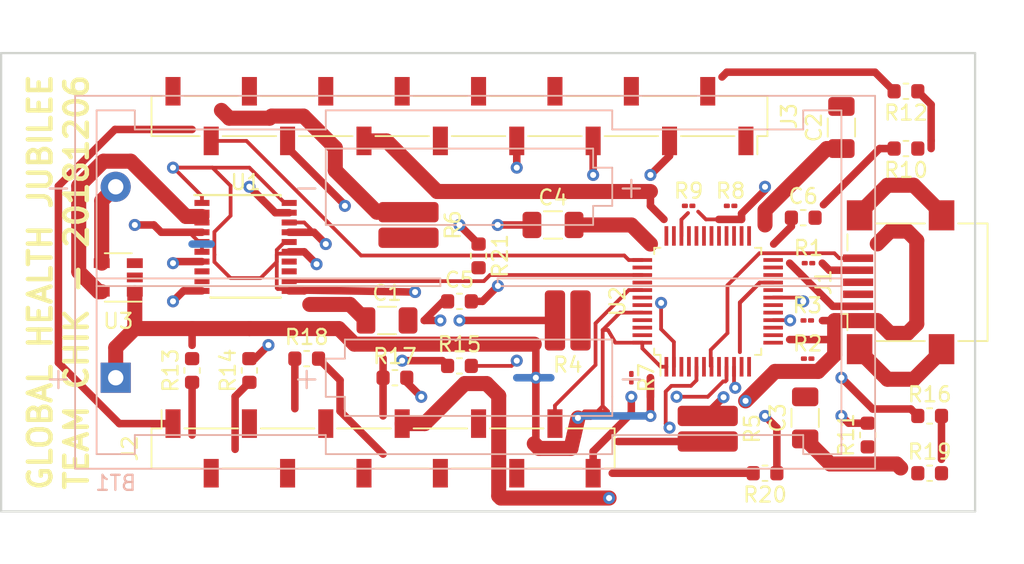
<source format=kicad_pcb>
(kicad_pcb (version 20171130) (host pcbnew "(5.0.1-3-g963ef8bb5)")

  (general
    (thickness 1.6)
    (drawings 5)
    (tracks 312)
    (zones 0)
    (modules 34)
    (nets 98)
  )

  (page A4)
  (layers
    (0 F.Cu signal)
    (31 B.Cu signal)
    (32 B.Adhes user)
    (33 F.Adhes user)
    (34 B.Paste user)
    (35 F.Paste user)
    (36 B.SilkS user)
    (37 F.SilkS user)
    (38 B.Mask user)
    (39 F.Mask user)
    (40 Dwgs.User user)
    (41 Cmts.User user)
    (42 Eco1.User user)
    (43 Eco2.User user)
    (44 Edge.Cuts user)
    (45 Margin user)
    (46 B.CrtYd user)
    (47 F.CrtYd user)
    (48 B.Fab user)
    (49 F.Fab user)
  )

  (setup
    (last_trace_width 0.5)
    (user_trace_width 0.5)
    (user_trace_width 1)
    (user_trace_width 2)
    (trace_clearance 0.2)
    (zone_clearance 0.508)
    (zone_45_only no)
    (trace_min 0.2)
    (segment_width 0.2)
    (edge_width 0.15)
    (via_size 0.8)
    (via_drill 0.4)
    (via_min_size 0.4)
    (via_min_drill 0.3)
    (uvia_size 0.3)
    (uvia_drill 0.1)
    (uvias_allowed no)
    (uvia_min_size 0.2)
    (uvia_min_drill 0.1)
    (pcb_text_width 0.3)
    (pcb_text_size 1.5 1.5)
    (mod_edge_width 0.15)
    (mod_text_size 1 1)
    (mod_text_width 0.15)
    (pad_size 1.524 1.524)
    (pad_drill 0.762)
    (pad_to_mask_clearance 0.051)
    (solder_mask_min_width 0.25)
    (aux_axis_origin 0 0)
    (visible_elements FFFFFF7F)
    (pcbplotparams
      (layerselection 0x010fc_ffffffff)
      (usegerberextensions false)
      (usegerberattributes false)
      (usegerberadvancedattributes false)
      (creategerberjobfile false)
      (excludeedgelayer true)
      (linewidth 0.100000)
      (plotframeref false)
      (viasonmask false)
      (mode 1)
      (useauxorigin false)
      (hpglpennumber 1)
      (hpglpenspeed 20)
      (hpglpendiameter 15.000000)
      (psnegative false)
      (psa4output false)
      (plotreference true)
      (plotvalue true)
      (plotinvisibletext false)
      (padsonsilk false)
      (subtractmaskfromsilk false)
      (outputformat 1)
      (mirror false)
      (drillshape 1)
      (scaleselection 1)
      (outputdirectory ""))
  )

  (net 0 "")
  (net 1 "Net-(BT1-Pad1)")
  (net 2 GND)
  (net 3 "Net-(J1-Pad2)")
  (net 4 "Net-(J1-Pad3)")
  (net 5 "Net-(J1-Pad6)")
  (net 6 "Net-(J2-Pad1)")
  (net 7 "Net-(J2-Pad2)")
  (net 8 "Net-(J2-Pad3)")
  (net 9 "Net-(J2-Pad4)")
  (net 10 "Net-(J2-Pad5)")
  (net 11 "Net-(J2-Pad6)")
  (net 12 "Net-(J2-Pad7)")
  (net 13 "Net-(J2-Pad8)")
  (net 14 "Net-(J2-Pad9)")
  (net 15 "Net-(J2-Pad10)")
  (net 16 "Net-(J2-Pad11)")
  (net 17 "Net-(J2-Pad12)")
  (net 18 "Net-(J3-Pad1)")
  (net 19 "Net-(J3-Pad2)")
  (net 20 "Net-(J3-Pad3)")
  (net 21 "Net-(J3-Pad4)")
  (net 22 "Net-(J3-Pad5)")
  (net 23 "Net-(J3-Pad6)")
  (net 24 "Net-(J3-Pad7)")
  (net 25 "Net-(J3-Pad8)")
  (net 26 "Net-(J3-Pad9)")
  (net 27 "Net-(J3-Pad10)")
  (net 28 "Net-(J3-Pad11)")
  (net 29 "Net-(J3-Pad12)")
  (net 30 "Net-(J3-Pad13)")
  (net 31 "Net-(J3-Pad14)")
  (net 32 "Net-(J3-Pad15)")
  (net 33 "Net-(J3-Pad16)")
  (net 34 "Net-(U1-Pad1)")
  (net 35 "Net-(U1-Pad7)")
  (net 36 "Net-(U1-Pad17)")
  (net 37 "Net-(U1-Pad9)")
  (net 38 "Net-(U1-Pad12)")
  (net 39 "Net-(U1-Pad13)")
  (net 40 "Net-(U1-Pad14)")
  (net 41 "Net-(U1-Pad19)")
  (net 42 "Net-(J1-Pad7)")
  (net 43 "Net-(U2-Pad5)")
  (net 44 "Net-(C1-Pad1)")
  (net 45 "Net-(C1-Pad2)")
  (net 46 "Net-(C2-Pad2)")
  (net 47 "Net-(C2-Pad1)")
  (net 48 "Net-(C3-Pad1)")
  (net 49 "Net-(C3-Pad2)")
  (net 50 "Net-(C4-Pad2)")
  (net 51 "Net-(C4-Pad1)")
  (net 52 "Net-(C5-Pad2)")
  (net 53 "Net-(C5-Pad1)")
  (net 54 "Net-(C6-Pad1)")
  (net 55 "Net-(C6-Pad2)")
  (net 56 "Net-(R1-Pad1)")
  (net 57 "Net-(R1-Pad2)")
  (net 58 "Net-(R2-Pad1)")
  (net 59 "Net-(R2-Pad2)")
  (net 60 "Net-(R3-Pad2)")
  (net 61 "Net-(R3-Pad1)")
  (net 62 "Net-(R4-Pad1)")
  (net 63 "Net-(R4-Pad2)")
  (net 64 "Net-(R5-Pad1)")
  (net 65 "Net-(R5-Pad2)")
  (net 66 "Net-(R6-Pad2)")
  (net 67 "Net-(R6-Pad1)")
  (net 68 "Net-(R7-Pad1)")
  (net 69 "Net-(R7-Pad2)")
  (net 70 "Net-(R8-Pad2)")
  (net 71 "Net-(R8-Pad1)")
  (net 72 "Net-(R9-Pad1)")
  (net 73 "Net-(R9-Pad2)")
  (net 74 "Net-(R10-Pad2)")
  (net 75 "Net-(R10-Pad1)")
  (net 76 "Net-(R11-Pad1)")
  (net 77 "Net-(R11-Pad2)")
  (net 78 "Net-(R12-Pad2)")
  (net 79 "Net-(R12-Pad1)")
  (net 80 "Net-(R13-Pad2)")
  (net 81 "Net-(R13-Pad1)")
  (net 82 "Net-(R14-Pad1)")
  (net 83 "Net-(R14-Pad2)")
  (net 84 "Net-(R15-Pad1)")
  (net 85 "Net-(R15-Pad2)")
  (net 86 "Net-(R16-Pad1)")
  (net 87 "Net-(R16-Pad2)")
  (net 88 "Net-(R17-Pad2)")
  (net 89 "Net-(R17-Pad1)")
  (net 90 "Net-(R18-Pad1)")
  (net 91 "Net-(R18-Pad2)")
  (net 92 "Net-(R19-Pad2)")
  (net 93 "Net-(R19-Pad1)")
  (net 94 "Net-(R20-Pad1)")
  (net 95 "Net-(R20-Pad2)")
  (net 96 "Net-(R21-Pad2)")
  (net 97 "Net-(R21-Pad1)")

  (net_class Default "This is the default net class."
    (clearance 0.2)
    (trace_width 0.25)
    (via_dia 0.8)
    (via_drill 0.4)
    (uvia_dia 0.3)
    (uvia_drill 0.1)
    (add_net GND)
    (add_net "Net-(BT1-Pad1)")
    (add_net "Net-(C1-Pad1)")
    (add_net "Net-(C1-Pad2)")
    (add_net "Net-(C2-Pad1)")
    (add_net "Net-(C2-Pad2)")
    (add_net "Net-(C3-Pad1)")
    (add_net "Net-(C3-Pad2)")
    (add_net "Net-(C4-Pad1)")
    (add_net "Net-(C4-Pad2)")
    (add_net "Net-(C5-Pad1)")
    (add_net "Net-(C5-Pad2)")
    (add_net "Net-(C6-Pad1)")
    (add_net "Net-(C6-Pad2)")
    (add_net "Net-(J1-Pad2)")
    (add_net "Net-(J1-Pad3)")
    (add_net "Net-(J1-Pad6)")
    (add_net "Net-(J1-Pad7)")
    (add_net "Net-(J2-Pad1)")
    (add_net "Net-(J2-Pad10)")
    (add_net "Net-(J2-Pad11)")
    (add_net "Net-(J2-Pad12)")
    (add_net "Net-(J2-Pad2)")
    (add_net "Net-(J2-Pad3)")
    (add_net "Net-(J2-Pad4)")
    (add_net "Net-(J2-Pad5)")
    (add_net "Net-(J2-Pad6)")
    (add_net "Net-(J2-Pad7)")
    (add_net "Net-(J2-Pad8)")
    (add_net "Net-(J2-Pad9)")
    (add_net "Net-(J3-Pad1)")
    (add_net "Net-(J3-Pad10)")
    (add_net "Net-(J3-Pad11)")
    (add_net "Net-(J3-Pad12)")
    (add_net "Net-(J3-Pad13)")
    (add_net "Net-(J3-Pad14)")
    (add_net "Net-(J3-Pad15)")
    (add_net "Net-(J3-Pad16)")
    (add_net "Net-(J3-Pad2)")
    (add_net "Net-(J3-Pad3)")
    (add_net "Net-(J3-Pad4)")
    (add_net "Net-(J3-Pad5)")
    (add_net "Net-(J3-Pad6)")
    (add_net "Net-(J3-Pad7)")
    (add_net "Net-(J3-Pad8)")
    (add_net "Net-(J3-Pad9)")
    (add_net "Net-(R1-Pad1)")
    (add_net "Net-(R1-Pad2)")
    (add_net "Net-(R10-Pad1)")
    (add_net "Net-(R10-Pad2)")
    (add_net "Net-(R11-Pad1)")
    (add_net "Net-(R11-Pad2)")
    (add_net "Net-(R12-Pad1)")
    (add_net "Net-(R12-Pad2)")
    (add_net "Net-(R13-Pad1)")
    (add_net "Net-(R13-Pad2)")
    (add_net "Net-(R14-Pad1)")
    (add_net "Net-(R14-Pad2)")
    (add_net "Net-(R15-Pad1)")
    (add_net "Net-(R15-Pad2)")
    (add_net "Net-(R16-Pad1)")
    (add_net "Net-(R16-Pad2)")
    (add_net "Net-(R17-Pad1)")
    (add_net "Net-(R17-Pad2)")
    (add_net "Net-(R18-Pad1)")
    (add_net "Net-(R18-Pad2)")
    (add_net "Net-(R19-Pad1)")
    (add_net "Net-(R19-Pad2)")
    (add_net "Net-(R2-Pad1)")
    (add_net "Net-(R2-Pad2)")
    (add_net "Net-(R20-Pad1)")
    (add_net "Net-(R20-Pad2)")
    (add_net "Net-(R21-Pad1)")
    (add_net "Net-(R21-Pad2)")
    (add_net "Net-(R3-Pad1)")
    (add_net "Net-(R3-Pad2)")
    (add_net "Net-(R4-Pad1)")
    (add_net "Net-(R4-Pad2)")
    (add_net "Net-(R5-Pad1)")
    (add_net "Net-(R5-Pad2)")
    (add_net "Net-(R6-Pad1)")
    (add_net "Net-(R6-Pad2)")
    (add_net "Net-(R7-Pad1)")
    (add_net "Net-(R7-Pad2)")
    (add_net "Net-(R8-Pad1)")
    (add_net "Net-(R8-Pad2)")
    (add_net "Net-(R9-Pad1)")
    (add_net "Net-(R9-Pad2)")
    (add_net "Net-(U1-Pad1)")
    (add_net "Net-(U1-Pad12)")
    (add_net "Net-(U1-Pad13)")
    (add_net "Net-(U1-Pad14)")
    (add_net "Net-(U1-Pad17)")
    (add_net "Net-(U1-Pad19)")
    (add_net "Net-(U1-Pad7)")
    (add_net "Net-(U1-Pad9)")
    (add_net "Net-(U2-Pad5)")
  )

  (module Battery:BatteryHolder_Keystone_2468_2xAAA (layer B.Cu) (tedit 5B254C69) (tstamp 5C164B5D)
    (at 121.92 80.01)
    (descr "2xAAA cell battery holder, Keystone P/N 2468, http://www.keyelco.com/product-pdf.cfm?p=1033")
    (tags "AAA battery cell holder")
    (path /5C0A0AEC)
    (fp_text reference BT1 (at 0 7 -180) (layer B.SilkS)
      (effects (font (size 1 1) (thickness 0.15)) (justify mirror))
    )
    (fp_text value Battery (at 24.95 -7.8) (layer B.Fab)
      (effects (font (size 1 1) (thickness 0.15)) (justify mirror))
    )
    (fp_text user - (at 34.29 0) (layer B.SilkS)
      (effects (font (size 1.5 1.5) (thickness 0.15)) (justify mirror))
    )
    (fp_text user + (at 12.7 0) (layer B.SilkS)
      (effects (font (size 1.5 1.5) (thickness 0.15)) (justify mirror))
    )
    (fp_text user %R (at 0 0) (layer B.Fab)
      (effects (font (size 1 1) (thickness 0.15)) (justify mirror))
    )
    (fp_line (start 50.9 -19.15) (end 50.9 6.45) (layer B.CrtYd) (width 0.05))
    (fp_line (start -3.1 -19.15) (end 50.9 -19.15) (layer B.CrtYd) (width 0.05))
    (fp_line (start -3.1 6.45) (end -3.1 -19.15) (layer B.CrtYd) (width 0.05))
    (fp_line (start 50.9 6.45) (end -3.1 6.45) (layer B.CrtYd) (width 0.05))
    (fp_line (start 50.5 -18.75) (end 50.5 6.05) (layer B.SilkS) (width 0.12))
    (fp_line (start -2.7 -18.75) (end 50.5 -18.75) (layer B.SilkS) (width 0.12))
    (fp_line (start -2.7 6.05) (end -2.7 -18.75) (layer B.SilkS) (width 0.12))
    (fp_line (start 50.5 6.05) (end -2.7 6.05) (layer B.SilkS) (width 0.12))
    (fp_line (start 13.97 -15.24) (end 13.97 -10.16) (layer B.SilkS) (width 0.12))
    (fp_line (start 13.97 -10.16) (end 31.75 -10.16) (layer B.SilkS) (width 0.12))
    (fp_line (start 31.75 -10.16) (end 31.75 -11.43) (layer B.SilkS) (width 0.12))
    (fp_line (start 31.75 -11.43) (end 33.02 -11.43) (layer B.SilkS) (width 0.12))
    (fp_line (start 33.02 -11.43) (end 33.02 -13.97) (layer B.SilkS) (width 0.12))
    (fp_line (start 33.02 -13.97) (end 31.75 -13.97) (layer B.SilkS) (width 0.12))
    (fp_line (start 31.75 -13.97) (end 31.75 -15.24) (layer B.SilkS) (width 0.12))
    (fp_line (start 31.75 -15.24) (end 13.97 -15.24) (layer B.SilkS) (width 0.12))
    (fp_line (start 33.02 1.27) (end 33.02 -2.54) (layer B.SilkS) (width 0.12))
    (fp_line (start 33.02 -2.54) (end 15.24 -2.54) (layer B.SilkS) (width 0.12))
    (fp_line (start 15.24 -2.54) (end 15.24 -1.27) (layer B.SilkS) (width 0.12))
    (fp_line (start 15.24 -1.27) (end 13.97 -1.27) (layer B.SilkS) (width 0.12))
    (fp_line (start 13.97 -1.27) (end 13.97 1.27) (layer B.SilkS) (width 0.12))
    (fp_line (start 13.97 1.27) (end 15.24 1.27) (layer B.SilkS) (width 0.12))
    (fp_line (start 15.24 1.27) (end 15.24 2.54) (layer B.SilkS) (width 0.12))
    (fp_line (start 15.24 2.54) (end 33.02 2.54) (layer B.SilkS) (width 0.12))
    (fp_line (start 33.02 2.54) (end 33.02 1.27) (layer B.SilkS) (width 0.12))
    (fp_line (start -1.27 -6.096) (end 21.59 -6.096) (layer B.SilkS) (width 0.12))
    (fp_line (start 21.59 -6.096) (end 21.59 -6.604) (layer B.SilkS) (width 0.12))
    (fp_line (start 21.59 -6.604) (end -1.27 -6.604) (layer B.SilkS) (width 0.12))
    (fp_line (start 48.26 -6.096) (end 25.4 -6.096) (layer B.SilkS) (width 0.12))
    (fp_line (start 25.4 -6.096) (end 25.4 -6.604) (layer B.SilkS) (width 0.12))
    (fp_line (start 25.4 -6.604) (end 48.26 -6.604) (layer B.SilkS) (width 0.12))
    (fp_line (start 13.97 -16.51) (end 13.97 -17.78) (layer B.SilkS) (width 0.12))
    (fp_line (start 13.97 -17.78) (end 33.02 -17.78) (layer B.SilkS) (width 0.12))
    (fp_line (start 33.02 -17.78) (end 33.02 -16.51) (layer B.SilkS) (width 0.12))
    (fp_line (start 45.72 3.81) (end 33.02 3.81) (layer B.SilkS) (width 0.12))
    (fp_line (start 33.02 3.81) (end 33.02 5.08) (layer B.SilkS) (width 0.12))
    (fp_line (start 33.02 5.08) (end 13.97 5.08) (layer B.SilkS) (width 0.12))
    (fp_line (start 13.97 5.08) (end 13.97 3.81) (layer B.SilkS) (width 0.12))
    (fp_line (start 45.72 -16.51) (end 33.02 -16.51) (layer B.SilkS) (width 0.12))
    (fp_line (start 1.27 3.81) (end 13.97 3.81) (layer B.SilkS) (width 0.12))
    (fp_line (start 1.27 3.81) (end 1.27 5.08) (layer B.SilkS) (width 0.12))
    (fp_line (start 1.27 5.08) (end -1.27 5.08) (layer B.SilkS) (width 0.12))
    (fp_line (start -1.27 5.08) (end -1.27 -17.78) (layer B.SilkS) (width 0.12))
    (fp_line (start -1.27 -17.78) (end 1.27 -17.78) (layer B.SilkS) (width 0.12))
    (fp_line (start 1.27 -17.78) (end 1.27 -16.51) (layer B.SilkS) (width 0.12))
    (fp_line (start 1.27 -16.51) (end 13.97 -16.51) (layer B.SilkS) (width 0.12))
    (fp_line (start 48.26 5.08) (end 45.72 5.08) (layer B.SilkS) (width 0.12))
    (fp_line (start 45.72 5.08) (end 45.72 3.81) (layer B.SilkS) (width 0.12))
    (fp_line (start 48.26 5.08) (end 48.26 -17.78) (layer B.SilkS) (width 0.12))
    (fp_line (start 48.26 -17.78) (end 45.72 -17.78) (layer B.SilkS) (width 0.12))
    (fp_line (start 45.72 -17.78) (end 45.72 -16.51) (layer B.SilkS) (width 0.12))
    (fp_line (start -2.6 -18.65) (end -2.6 -6.35) (layer B.Fab) (width 0.1))
    (fp_line (start 50.4 -18.65) (end 50.4 5.95) (layer B.Fab) (width 0.1))
    (fp_line (start -2.6 -18.65) (end 50.4 -18.65) (layer B.Fab) (width 0.1))
    (fp_line (start -2.6 -6.35) (end -2.6 5.95) (layer B.Fab) (width 0.1))
    (fp_line (start -2.6 5.95) (end 50.4 5.95) (layer B.Fab) (width 0.1))
    (fp_text user + (at 34.29 -12.7) (layer B.SilkS)
      (effects (font (size 1.5 1.5) (thickness 0.15)) (justify mirror))
    )
    (fp_text user - (at 12.7 -12.7) (layer B.SilkS)
      (effects (font (size 1.5 1.5) (thickness 0.15)) (justify mirror))
    )
    (fp_text user + (at -3.81 0) (layer B.SilkS)
      (effects (font (size 1.5 1.5) (thickness 0.15)) (justify mirror))
    )
    (fp_text user - (at -3.81 -12.7) (layer B.SilkS)
      (effects (font (size 1.5 1.5) (thickness 0.15)) (justify mirror))
    )
    (pad 1 thru_hole rect (at 0 0) (size 2 2) (drill 1.02) (layers *.Cu *.Mask)
      (net 1 "Net-(BT1-Pad1)"))
    (pad 2 thru_hole circle (at 0 -12.7) (size 2 2) (drill 1.02) (layers *.Cu *.Mask)
      (net 2 GND))
    (pad "" np_thru_hole circle (at 8.636 -8.6995) (size 3.5 3.5) (drill 3.5) (layers *.Cu *.Mask))
    (pad "" np_thru_hole circle (at 38.608 -3.9624) (size 3.5 3.5) (drill 3.5) (layers *.Cu *.Mask))
    (model ${KISYS3DMOD}/Battery.3dshapes/BatteryHolder_Keystone_2468_2xAAA.wrl
      (at (xyz 0 0 0))
      (scale (xyz 1 1 1))
      (rotate (xyz 0 0 0))
    )
  )

  (module Connector_USB:USB_Mini-B_Lumberg_2486_01_Horizontal (layer F.Cu) (tedit 5AC6B535) (tstamp 5C164B8F)
    (at 173.99 73.66 90)
    (descr "USB Mini-B 5-pin SMD connector, http://downloads.lumberg.com/datenblaetter/en/2486_01.pdf")
    (tags "USB USB_B USB_Mini connector")
    (path /5C0A0608)
    (attr smd)
    (fp_text reference J1 (at 0 -5 90) (layer F.SilkS)
      (effects (font (size 1 1) (thickness 0.15)))
    )
    (fp_text value SIM_Card (at 0 7.5 90) (layer F.Fab)
      (effects (font (size 1 1) (thickness 0.15)))
    )
    (fp_line (start 2.35 -4.2) (end -2.35 -4.2) (layer F.CrtYd) (width 0.05))
    (fp_line (start 2.35 -3.95) (end 2.35 -4.2) (layer F.CrtYd) (width 0.05))
    (fp_line (start 4.35 1.5) (end 5.95 1.5) (layer F.CrtYd) (width 0.05))
    (fp_line (start 4.35 4.2) (end 5.95 4.2) (layer F.CrtYd) (width 0.05))
    (fp_line (start 4.35 6.35) (end 4.35 4.2) (layer F.CrtYd) (width 0.05))
    (fp_line (start 3.91 5.91) (end -3.91 5.91) (layer F.SilkS) (width 0.12))
    (fp_line (start -1.6 -2.85) (end -1.25 -3.35) (layer F.Fab) (width 0.1))
    (fp_line (start -2.11 -3.41) (end -2.11 -3.84) (layer F.SilkS) (width 0.12))
    (fp_text user %R (at 0 1.6 270) (layer F.Fab)
      (effects (font (size 1 1) (thickness 0.15)))
    )
    (fp_line (start 3.91 5.91) (end 3.91 3.96) (layer F.SilkS) (width 0.12))
    (fp_line (start 3.91 1.74) (end 3.91 -1.49) (layer F.SilkS) (width 0.12))
    (fp_line (start 2.11 -3.41) (end 3.19 -3.41) (layer F.SilkS) (width 0.12))
    (fp_line (start -3.19 -3.41) (end -2.11 -3.41) (layer F.SilkS) (width 0.12))
    (fp_line (start -3.91 1.74) (end -3.91 -1.49) (layer F.SilkS) (width 0.12))
    (fp_line (start -3.91 5.91) (end -3.91 3.96) (layer F.SilkS) (width 0.12))
    (fp_line (start 3.85 5.85) (end 3.85 -3.35) (layer F.Fab) (width 0.1))
    (fp_line (start -3.85 5.85) (end 3.85 5.85) (layer F.Fab) (width 0.1))
    (fp_line (start -3.85 -3.35) (end -3.85 5.85) (layer F.Fab) (width 0.1))
    (fp_line (start -3.85 -3.35) (end 3.85 -3.35) (layer F.Fab) (width 0.1))
    (fp_line (start -4.35 6.35) (end 4.35 6.35) (layer F.CrtYd) (width 0.05))
    (fp_line (start 5.95 -3.95) (end 2.35 -3.95) (layer F.CrtYd) (width 0.05))
    (fp_line (start 5.95 1.5) (end 5.95 4.2) (layer F.CrtYd) (width 0.05))
    (fp_line (start -1.95 -3.35) (end -1.6 -2.85) (layer F.Fab) (width 0.1))
    (fp_line (start 4.35 -1.25) (end 4.35 1.5) (layer F.CrtYd) (width 0.05))
    (fp_line (start 4.35 -1.25) (end 5.95 -1.25) (layer F.CrtYd) (width 0.05))
    (fp_line (start 5.95 -3.95) (end 5.95 -1.25) (layer F.CrtYd) (width 0.05))
    (fp_line (start -2.35 -3.95) (end -2.35 -4.2) (layer F.CrtYd) (width 0.05))
    (fp_line (start -5.95 -3.95) (end -2.35 -3.95) (layer F.CrtYd) (width 0.05))
    (fp_line (start -5.95 -3.95) (end -5.95 -1.25) (layer F.CrtYd) (width 0.05))
    (fp_line (start -4.35 -1.25) (end -5.95 -1.25) (layer F.CrtYd) (width 0.05))
    (fp_line (start -4.35 -1.25) (end -4.35 1.5) (layer F.CrtYd) (width 0.05))
    (fp_line (start -4.35 1.5) (end -5.95 1.5) (layer F.CrtYd) (width 0.05))
    (fp_line (start -5.95 1.5) (end -5.95 4.2) (layer F.CrtYd) (width 0.05))
    (fp_line (start -4.35 4.2) (end -5.95 4.2) (layer F.CrtYd) (width 0.05))
    (fp_line (start -4.35 6.35) (end -4.35 4.2) (layer F.CrtYd) (width 0.05))
    (pad 1 smd rect (at -1.6 -2.7 90) (size 0.5 2) (layers F.Cu F.Paste F.Mask)
      (net 1 "Net-(BT1-Pad1)"))
    (pad 2 smd rect (at -0.8 -2.7 90) (size 0.5 2) (layers F.Cu F.Paste F.Mask)
      (net 3 "Net-(J1-Pad2)"))
    (pad 3 smd rect (at 0 -2.7 90) (size 0.5 2) (layers F.Cu F.Paste F.Mask)
      (net 4 "Net-(J1-Pad3)"))
    (pad 4 smd rect (at 0.8 -2.7 90) (size 0.5 2) (layers F.Cu F.Paste F.Mask))
    (pad 5 smd rect (at 1.6 -2.7 90) (size 0.5 2) (layers F.Cu F.Paste F.Mask)
      (net 2 GND))
    (pad 6 smd rect (at -4.45 -2.6 90) (size 2 1.7) (layers F.Cu F.Paste F.Mask)
      (net 5 "Net-(J1-Pad6)"))
    (pad 6 smd rect (at -4.45 2.85 90) (size 2 1.7) (layers F.Cu F.Paste F.Mask)
      (net 5 "Net-(J1-Pad6)"))
    (pad 6 smd rect (at 4.45 -2.6 90) (size 2 1.7) (layers F.Cu F.Paste F.Mask)
      (net 5 "Net-(J1-Pad6)"))
    (pad 6 smd rect (at 4.45 2.85 90) (size 2 1.7) (layers F.Cu F.Paste F.Mask)
      (net 5 "Net-(J1-Pad6)"))
    (pad "" np_thru_hole circle (at -2.2 0 90) (size 1 1) (drill 1) (layers *.Cu *.Mask))
    (pad "" np_thru_hole circle (at 2.2 0 90) (size 1 1) (drill 1) (layers *.Cu *.Mask))
    (model ${KISYS3DMOD}/Connector_USB.3dshapes/USB_Mini-B_Lumberg_2486_01_Horizontal.wrl
      (at (xyz 0 0 0))
      (scale (xyz 1 1 1))
      (rotate (xyz 0 0 0))
    )
  )

  (module Package_QFP:LQFP-48_7x7mm_P0.5mm (layer F.Cu) (tedit 5A5E2375) (tstamp 5C16B213)
    (at 161.29 74.93 90)
    (descr "48 LEAD LQFP 7x7mm (see MICREL LQFP7x7-48LD-PL-1.pdf)")
    (tags "QFP 0.5")
    (path /5C09F727)
    (attr smd)
    (fp_text reference U2 (at 0 -6 90) (layer F.SilkS)
      (effects (font (size 1 1) (thickness 0.15)))
    )
    (fp_text value STM32L151C6Tx (at 0 6 90) (layer F.Fab)
      (effects (font (size 1 1) (thickness 0.15)))
    )
    (fp_line (start 3.13 3.75) (end 3.75 3.75) (layer F.CrtYd) (width 0.05))
    (fp_line (start 3.75 3.13) (end 3.75 3.75) (layer F.CrtYd) (width 0.05))
    (fp_line (start 3.13 5.25) (end 3.13 3.75) (layer F.CrtYd) (width 0.05))
    (fp_text user %R (at 0 0 90) (layer F.Fab)
      (effects (font (size 1 1) (thickness 0.15)))
    )
    (fp_line (start -2.5 -3.5) (end 3.5 -3.5) (layer F.Fab) (width 0.1))
    (fp_line (start 3.5 -3.5) (end 3.5 3.5) (layer F.Fab) (width 0.1))
    (fp_line (start 3.5 3.5) (end -3.5 3.5) (layer F.Fab) (width 0.1))
    (fp_line (start -3.5 3.5) (end -3.5 -2.5) (layer F.Fab) (width 0.1))
    (fp_line (start -3.5 -2.5) (end -2.5 -3.5) (layer F.Fab) (width 0.1))
    (fp_line (start -5.25 -3.13) (end -5.25 3.13) (layer F.CrtYd) (width 0.05))
    (fp_line (start 5.25 -3.13) (end 5.25 3.13) (layer F.CrtYd) (width 0.05))
    (fp_line (start -3.13 -5.25) (end 3.13 -5.25) (layer F.CrtYd) (width 0.05))
    (fp_line (start -3.13 5.25) (end 3.13 5.25) (layer F.CrtYd) (width 0.05))
    (fp_line (start 3.56 -3.56) (end 3.56 -3.14) (layer F.SilkS) (width 0.12))
    (fp_line (start 3.56 3.56) (end 3.56 3.14) (layer F.SilkS) (width 0.12))
    (fp_line (start -3.56 3.56) (end -3.56 3.14) (layer F.SilkS) (width 0.12))
    (fp_line (start -3.56 -3.56) (end -3.14 -3.56) (layer F.SilkS) (width 0.12))
    (fp_line (start 3.56 3.56) (end 3.14 3.56) (layer F.SilkS) (width 0.12))
    (fp_line (start 3.56 -3.56) (end 3.14 -3.56) (layer F.SilkS) (width 0.12))
    (fp_line (start -3.56 -3.14) (end -4.94 -3.14) (layer F.SilkS) (width 0.12))
    (fp_line (start -3.56 -3.56) (end -3.56 -3.14) (layer F.SilkS) (width 0.12))
    (fp_line (start -3.56 3.56) (end -3.14 3.56) (layer F.SilkS) (width 0.12))
    (fp_line (start 3.75 3.13) (end 5.25 3.13) (layer F.CrtYd) (width 0.05))
    (fp_line (start 3.75 -3.13) (end 5.25 -3.13) (layer F.CrtYd) (width 0.05))
    (fp_line (start 3.13 -3.75) (end 3.13 -5.25) (layer F.CrtYd) (width 0.05))
    (fp_line (start -3.13 -3.75) (end -3.13 -5.25) (layer F.CrtYd) (width 0.05))
    (fp_line (start -3.75 -3.13) (end -5.25 -3.13) (layer F.CrtYd) (width 0.05))
    (fp_line (start -3.75 3.13) (end -5.25 3.13) (layer F.CrtYd) (width 0.05))
    (fp_line (start -3.13 3.75) (end -3.13 5.25) (layer F.CrtYd) (width 0.05))
    (fp_line (start 3.13 -3.75) (end 3.75 -3.75) (layer F.CrtYd) (width 0.05))
    (fp_line (start 3.75 -3.13) (end 3.75 -3.75) (layer F.CrtYd) (width 0.05))
    (fp_line (start -3.75 3.13) (end -3.75 3.75) (layer F.CrtYd) (width 0.05))
    (fp_line (start -3.13 3.75) (end -3.75 3.75) (layer F.CrtYd) (width 0.05))
    (fp_line (start -3.75 -3.13) (end -3.75 -3.75) (layer F.CrtYd) (width 0.05))
    (fp_line (start -3.13 -3.75) (end -3.75 -3.75) (layer F.CrtYd) (width 0.05))
    (pad 1 smd rect (at -4.35 -2.75 90) (size 1.3 0.25) (layers F.Cu F.Paste F.Mask)
      (net 1 "Net-(BT1-Pad1)"))
    (pad 2 smd rect (at -4.35 -2.25 90) (size 1.3 0.25) (layers F.Cu F.Paste F.Mask)
      (net 3 "Net-(J1-Pad2)"))
    (pad 3 smd rect (at -4.35 -1.75 90) (size 1.3 0.25) (layers F.Cu F.Paste F.Mask)
      (net 4 "Net-(J1-Pad3)"))
    (pad 4 smd rect (at -4.35 -1.25 90) (size 1.3 0.25) (layers F.Cu F.Paste F.Mask)
      (net 42 "Net-(J1-Pad7)"))
    (pad 5 smd rect (at -4.35 -0.75 90) (size 1.3 0.25) (layers F.Cu F.Paste F.Mask)
      (net 43 "Net-(U2-Pad5)"))
    (pad 6 smd rect (at -4.35 -0.25 90) (size 1.3 0.25) (layers F.Cu F.Paste F.Mask)
      (net 43 "Net-(U2-Pad5)"))
    (pad 7 smd rect (at -4.35 0.25 90) (size 1.3 0.25) (layers F.Cu F.Paste F.Mask)
      (net 2 GND))
    (pad 8 smd rect (at -4.35 0.75 90) (size 1.3 0.25) (layers F.Cu F.Paste F.Mask)
      (net 5 "Net-(J1-Pad6)"))
    (pad 9 smd rect (at -4.35 1.25 90) (size 1.3 0.25) (layers F.Cu F.Paste F.Mask)
      (net 1 "Net-(BT1-Pad1)"))
    (pad 10 smd rect (at -4.35 1.75 90) (size 1.3 0.25) (layers F.Cu F.Paste F.Mask)
      (net 18 "Net-(J3-Pad1)"))
    (pad 11 smd rect (at -4.35 2.25 90) (size 1.3 0.25) (layers F.Cu F.Paste F.Mask)
      (net 19 "Net-(J3-Pad2)"))
    (pad 12 smd rect (at -4.35 2.75 90) (size 1.3 0.25) (layers F.Cu F.Paste F.Mask)
      (net 20 "Net-(J3-Pad3)"))
    (pad 13 smd rect (at -2.75 4.35 180) (size 1.3 0.25) (layers F.Cu F.Paste F.Mask)
      (net 21 "Net-(J3-Pad4)"))
    (pad 14 smd rect (at -2.25 4.35 180) (size 1.3 0.25) (layers F.Cu F.Paste F.Mask)
      (net 22 "Net-(J3-Pad5)"))
    (pad 15 smd rect (at -1.75 4.35 180) (size 1.3 0.25) (layers F.Cu F.Paste F.Mask)
      (net 23 "Net-(J3-Pad6)"))
    (pad 16 smd rect (at -1.25 4.35 180) (size 1.3 0.25) (layers F.Cu F.Paste F.Mask)
      (net 24 "Net-(J3-Pad7)"))
    (pad 17 smd rect (at -0.75 4.35 180) (size 1.3 0.25) (layers F.Cu F.Paste F.Mask)
      (net 25 "Net-(J3-Pad8)"))
    (pad 18 smd rect (at -0.25 4.35 180) (size 1.3 0.25) (layers F.Cu F.Paste F.Mask)
      (net 40 "Net-(U1-Pad14)"))
    (pad 19 smd rect (at 0.25 4.35 180) (size 1.3 0.25) (layers F.Cu F.Paste F.Mask)
      (net 39 "Net-(U1-Pad13)"))
    (pad 20 smd rect (at 0.75 4.35 180) (size 1.3 0.25) (layers F.Cu F.Paste F.Mask)
      (net 37 "Net-(U1-Pad9)"))
    (pad 21 smd rect (at 1.25 4.35 180) (size 1.3 0.25) (layers F.Cu F.Paste F.Mask)
      (net 11 "Net-(J2-Pad6)"))
    (pad 22 smd rect (at 1.75 4.35 180) (size 1.3 0.25) (layers F.Cu F.Paste F.Mask)
      (net 10 "Net-(J2-Pad5)"))
    (pad 23 smd rect (at 2.25 4.35 180) (size 1.3 0.25) (layers F.Cu F.Paste F.Mask)
      (net 5 "Net-(J1-Pad6)"))
    (pad 24 smd rect (at 2.75 4.35 180) (size 1.3 0.25) (layers F.Cu F.Paste F.Mask)
      (net 1 "Net-(BT1-Pad1)"))
    (pad 25 smd rect (at 4.35 2.75 90) (size 1.3 0.25) (layers F.Cu F.Paste F.Mask)
      (net 9 "Net-(J2-Pad4)"))
    (pad 26 smd rect (at 4.35 2.25 90) (size 1.3 0.25) (layers F.Cu F.Paste F.Mask)
      (net 8 "Net-(J2-Pad3)"))
    (pad 27 smd rect (at 4.35 1.75 90) (size 1.3 0.25) (layers F.Cu F.Paste F.Mask)
      (net 7 "Net-(J2-Pad2)"))
    (pad 28 smd rect (at 4.35 1.25 90) (size 1.3 0.25) (layers F.Cu F.Paste F.Mask)
      (net 6 "Net-(J2-Pad1)"))
    (pad 29 smd rect (at 4.35 0.75 90) (size 1.3 0.25) (layers F.Cu F.Paste F.Mask)
      (net 26 "Net-(J3-Pad9)"))
    (pad 30 smd rect (at 4.35 0.25 90) (size 1.3 0.25) (layers F.Cu F.Paste F.Mask)
      (net 27 "Net-(J3-Pad10)"))
    (pad 31 smd rect (at 4.35 -0.25 90) (size 1.3 0.25) (layers F.Cu F.Paste F.Mask)
      (net 28 "Net-(J3-Pad11)"))
    (pad 32 smd rect (at 4.35 -0.75 90) (size 1.3 0.25) (layers F.Cu F.Paste F.Mask)
      (net 29 "Net-(J3-Pad12)"))
    (pad 33 smd rect (at 4.35 -1.25 90) (size 1.3 0.25) (layers F.Cu F.Paste F.Mask)
      (net 30 "Net-(J3-Pad13)"))
    (pad 34 smd rect (at 4.35 -1.75 90) (size 1.3 0.25) (layers F.Cu F.Paste F.Mask)
      (net 31 "Net-(J3-Pad14)"))
    (pad 35 smd rect (at 4.35 -2.25 90) (size 1.3 0.25) (layers F.Cu F.Paste F.Mask)
      (net 5 "Net-(J1-Pad6)"))
    (pad 36 smd rect (at 4.35 -2.75 90) (size 1.3 0.25) (layers F.Cu F.Paste F.Mask)
      (net 1 "Net-(BT1-Pad1)"))
    (pad 37 smd rect (at 2.75 -4.35 180) (size 1.3 0.25) (layers F.Cu F.Paste F.Mask)
      (net 32 "Net-(J3-Pad15)"))
    (pad 38 smd rect (at 2.25 -4.35 180) (size 1.3 0.25) (layers F.Cu F.Paste F.Mask)
      (net 33 "Net-(J3-Pad16)"))
    (pad 39 smd rect (at 1.75 -4.35 180) (size 1.3 0.25) (layers F.Cu F.Paste F.Mask)
      (net 38 "Net-(U1-Pad12)"))
    (pad 40 smd rect (at 1.25 -4.35 180) (size 1.3 0.25) (layers F.Cu F.Paste F.Mask)
      (net 17 "Net-(J2-Pad12)"))
    (pad 41 smd rect (at 0.75 -4.35 180) (size 1.3 0.25) (layers F.Cu F.Paste F.Mask)
      (net 16 "Net-(J2-Pad11)"))
    (pad 42 smd rect (at 0.25 -4.35 180) (size 1.3 0.25) (layers F.Cu F.Paste F.Mask)
      (net 15 "Net-(J2-Pad10)"))
    (pad 43 smd rect (at -0.25 -4.35 180) (size 1.3 0.25) (layers F.Cu F.Paste F.Mask)
      (net 14 "Net-(J2-Pad9)"))
    (pad 44 smd rect (at -0.75 -4.35 180) (size 1.3 0.25) (layers F.Cu F.Paste F.Mask)
      (net 1 "Net-(BT1-Pad1)"))
    (pad 45 smd rect (at -1.25 -4.35 180) (size 1.3 0.25) (layers F.Cu F.Paste F.Mask)
      (net 13 "Net-(J2-Pad8)"))
    (pad 46 smd rect (at -1.75 -4.35 180) (size 1.3 0.25) (layers F.Cu F.Paste F.Mask)
      (net 12 "Net-(J2-Pad7)"))
    (pad 47 smd rect (at -2.25 -4.35 180) (size 1.3 0.25) (layers F.Cu F.Paste F.Mask)
      (net 5 "Net-(J1-Pad6)"))
    (pad 48 smd rect (at -2.75 -4.35 180) (size 1.3 0.25) (layers F.Cu F.Paste F.Mask)
      (net 1 "Net-(BT1-Pad1)"))
    (model ${KISYS3DMOD}/Package_QFP.3dshapes/LQFP-48_7x7mm_P0.5mm.wrl
      (at (xyz 0 0 0))
      (scale (xyz 1 1 1))
      (rotate (xyz 0 0 0))
    )
  )

  (module Package_TO_SOT_SMD:SOT-23-5 (layer F.Cu) (tedit 5A02FF57) (tstamp 5C1670AB)
    (at 122.09 73.34 180)
    (descr "5-pin SOT23 package")
    (tags SOT-23-5)
    (path /5C0A125E)
    (attr smd)
    (fp_text reference U3 (at 0 -2.9 180) (layer F.SilkS)
      (effects (font (size 1 1) (thickness 0.15)))
    )
    (fp_text value SPX3819M5-L-1-2 (at 0 2.9 180) (layer F.Fab)
      (effects (font (size 1 1) (thickness 0.15)))
    )
    (fp_text user %R (at 0 0 270) (layer F.Fab)
      (effects (font (size 0.5 0.5) (thickness 0.075)))
    )
    (fp_line (start -0.9 1.61) (end 0.9 1.61) (layer F.SilkS) (width 0.12))
    (fp_line (start 0.9 -1.61) (end -1.55 -1.61) (layer F.SilkS) (width 0.12))
    (fp_line (start -1.9 -1.8) (end 1.9 -1.8) (layer F.CrtYd) (width 0.05))
    (fp_line (start 1.9 -1.8) (end 1.9 1.8) (layer F.CrtYd) (width 0.05))
    (fp_line (start 1.9 1.8) (end -1.9 1.8) (layer F.CrtYd) (width 0.05))
    (fp_line (start -1.9 1.8) (end -1.9 -1.8) (layer F.CrtYd) (width 0.05))
    (fp_line (start -0.9 -0.9) (end -0.25 -1.55) (layer F.Fab) (width 0.1))
    (fp_line (start 0.9 -1.55) (end -0.25 -1.55) (layer F.Fab) (width 0.1))
    (fp_line (start -0.9 -0.9) (end -0.9 1.55) (layer F.Fab) (width 0.1))
    (fp_line (start 0.9 1.55) (end -0.9 1.55) (layer F.Fab) (width 0.1))
    (fp_line (start 0.9 -1.55) (end 0.9 1.55) (layer F.Fab) (width 0.1))
    (pad 1 smd rect (at -1.1 -0.95 180) (size 1.06 0.65) (layers F.Cu F.Paste F.Mask)
      (net 1 "Net-(BT1-Pad1)"))
    (pad 2 smd rect (at -1.1 0 180) (size 1.06 0.65) (layers F.Cu F.Paste F.Mask)
      (net 2 GND))
    (pad 3 smd rect (at -1.1 0.95 180) (size 1.06 0.65) (layers F.Cu F.Paste F.Mask)
      (net 1 "Net-(BT1-Pad1)"))
    (pad 4 smd rect (at 1.1 0.95 180) (size 1.06 0.65) (layers F.Cu F.Paste F.Mask)
      (net 2 GND))
    (pad 5 smd rect (at 1.1 -0.95 180) (size 1.06 0.65) (layers F.Cu F.Paste F.Mask)
      (net 5 "Net-(J1-Pad6)"))
    (model ${KISYS3DMOD}/Package_TO_SOT_SMD.3dshapes/SOT-23-5.wrl
      (at (xyz 0 0 0))
      (scale (xyz 1 1 1))
      (rotate (xyz 0 0 0))
    )
  )

  (module Connector_PinSocket_2.54mm:PinSocket_1x12_P2.54mm_Vertical_SMD_Pin1Right (layer F.Cu) (tedit 5A19A431) (tstamp 5C16581A)
    (at 139.7 84.71 90)
    (descr "surface-mounted straight socket strip, 1x12, 2.54mm pitch, single row, style 2 (pin 1 right) (https://cdn.harwin.com/pdfs/M20-786.pdf), script generated")
    (tags "Surface mounted socket strip SMD 1x12 2.54mm single row style2 pin1 right")
    (path /5C0A78E0)
    (attr smd)
    (fp_text reference J2 (at 0 -16.84 90) (layer F.SilkS)
      (effects (font (size 1 1) (thickness 0.15)))
    )
    (fp_text value Conn_01x12_Female (at 0 16.84 90) (layer F.Fab)
      (effects (font (size 1 1) (thickness 0.15)))
    )
    (fp_line (start -1.33 -15.4) (end 1.33 -15.4) (layer F.SilkS) (width 0.12))
    (fp_line (start 1.33 -15.4) (end 1.33 -14.73) (layer F.SilkS) (width 0.12))
    (fp_line (start 1.33 -13.21) (end 1.33 -9.65) (layer F.SilkS) (width 0.12))
    (fp_line (start 1.33 -8.13) (end 1.33 -4.57) (layer F.SilkS) (width 0.12))
    (fp_line (start 1.33 -3.05) (end 1.33 0.51) (layer F.SilkS) (width 0.12))
    (fp_line (start 1.33 2.03) (end 1.33 5.59) (layer F.SilkS) (width 0.12))
    (fp_line (start 1.33 7.11) (end 1.33 10.67) (layer F.SilkS) (width 0.12))
    (fp_line (start 1.33 12.19) (end 1.33 15.4) (layer F.SilkS) (width 0.12))
    (fp_line (start -1.33 15.4) (end 1.33 15.4) (layer F.SilkS) (width 0.12))
    (fp_line (start -1.33 -15.4) (end -1.33 -12.19) (layer F.SilkS) (width 0.12))
    (fp_line (start -1.33 -10.67) (end -1.33 -7.11) (layer F.SilkS) (width 0.12))
    (fp_line (start -1.33 -5.59) (end -1.33 -2.03) (layer F.SilkS) (width 0.12))
    (fp_line (start -1.33 -0.51) (end -1.33 3.05) (layer F.SilkS) (width 0.12))
    (fp_line (start -1.33 4.57) (end -1.33 8.13) (layer F.SilkS) (width 0.12))
    (fp_line (start -1.33 9.65) (end -1.33 13.21) (layer F.SilkS) (width 0.12))
    (fp_line (start -1.33 14.73) (end -1.33 15.4) (layer F.SilkS) (width 0.12))
    (fp_line (start 1.33 -14.73) (end 2.54 -14.73) (layer F.SilkS) (width 0.12))
    (fp_line (start -1.27 -15.34) (end 0.635 -15.34) (layer F.Fab) (width 0.1))
    (fp_line (start 0.635 -15.34) (end 1.27 -14.705) (layer F.Fab) (width 0.1))
    (fp_line (start 1.27 -14.705) (end 1.27 15.34) (layer F.Fab) (width 0.1))
    (fp_line (start 1.27 15.34) (end -1.27 15.34) (layer F.Fab) (width 0.1))
    (fp_line (start -1.27 15.34) (end -1.27 -15.34) (layer F.Fab) (width 0.1))
    (fp_line (start 1.27 -14.27) (end 2.27 -14.27) (layer F.Fab) (width 0.1))
    (fp_line (start 2.27 -14.27) (end 2.27 -13.67) (layer F.Fab) (width 0.1))
    (fp_line (start 2.27 -13.67) (end 1.27 -13.67) (layer F.Fab) (width 0.1))
    (fp_line (start -2.27 -11.73) (end -1.27 -11.73) (layer F.Fab) (width 0.1))
    (fp_line (start -1.27 -11.13) (end -2.27 -11.13) (layer F.Fab) (width 0.1))
    (fp_line (start -2.27 -11.13) (end -2.27 -11.73) (layer F.Fab) (width 0.1))
    (fp_line (start 1.27 -9.19) (end 2.27 -9.19) (layer F.Fab) (width 0.1))
    (fp_line (start 2.27 -9.19) (end 2.27 -8.59) (layer F.Fab) (width 0.1))
    (fp_line (start 2.27 -8.59) (end 1.27 -8.59) (layer F.Fab) (width 0.1))
    (fp_line (start -2.27 -6.65) (end -1.27 -6.65) (layer F.Fab) (width 0.1))
    (fp_line (start -1.27 -6.05) (end -2.27 -6.05) (layer F.Fab) (width 0.1))
    (fp_line (start -2.27 -6.05) (end -2.27 -6.65) (layer F.Fab) (width 0.1))
    (fp_line (start 1.27 -4.11) (end 2.27 -4.11) (layer F.Fab) (width 0.1))
    (fp_line (start 2.27 -4.11) (end 2.27 -3.51) (layer F.Fab) (width 0.1))
    (fp_line (start 2.27 -3.51) (end 1.27 -3.51) (layer F.Fab) (width 0.1))
    (fp_line (start -2.27 -1.57) (end -1.27 -1.57) (layer F.Fab) (width 0.1))
    (fp_line (start -1.27 -0.97) (end -2.27 -0.97) (layer F.Fab) (width 0.1))
    (fp_line (start -2.27 -0.97) (end -2.27 -1.57) (layer F.Fab) (width 0.1))
    (fp_line (start 1.27 0.97) (end 2.27 0.97) (layer F.Fab) (width 0.1))
    (fp_line (start 2.27 0.97) (end 2.27 1.57) (layer F.Fab) (width 0.1))
    (fp_line (start 2.27 1.57) (end 1.27 1.57) (layer F.Fab) (width 0.1))
    (fp_line (start -2.27 3.51) (end -1.27 3.51) (layer F.Fab) (width 0.1))
    (fp_line (start -1.27 4.11) (end -2.27 4.11) (layer F.Fab) (width 0.1))
    (fp_line (start -2.27 4.11) (end -2.27 3.51) (layer F.Fab) (width 0.1))
    (fp_line (start 1.27 6.05) (end 2.27 6.05) (layer F.Fab) (width 0.1))
    (fp_line (start 2.27 6.05) (end 2.27 6.65) (layer F.Fab) (width 0.1))
    (fp_line (start 2.27 6.65) (end 1.27 6.65) (layer F.Fab) (width 0.1))
    (fp_line (start -2.27 8.59) (end -1.27 8.59) (layer F.Fab) (width 0.1))
    (fp_line (start -1.27 9.19) (end -2.27 9.19) (layer F.Fab) (width 0.1))
    (fp_line (start -2.27 9.19) (end -2.27 8.59) (layer F.Fab) (width 0.1))
    (fp_line (start 1.27 11.13) (end 2.27 11.13) (layer F.Fab) (width 0.1))
    (fp_line (start 2.27 11.13) (end 2.27 11.73) (layer F.Fab) (width 0.1))
    (fp_line (start 2.27 11.73) (end 1.27 11.73) (layer F.Fab) (width 0.1))
    (fp_line (start -2.27 13.67) (end -1.27 13.67) (layer F.Fab) (width 0.1))
    (fp_line (start -1.27 14.27) (end -2.27 14.27) (layer F.Fab) (width 0.1))
    (fp_line (start -2.27 14.27) (end -2.27 13.67) (layer F.Fab) (width 0.1))
    (fp_line (start -3.1 -15.85) (end 3.1 -15.85) (layer F.CrtYd) (width 0.05))
    (fp_line (start 3.1 -15.85) (end 3.1 15.85) (layer F.CrtYd) (width 0.05))
    (fp_line (start 3.1 15.85) (end -3.1 15.85) (layer F.CrtYd) (width 0.05))
    (fp_line (start -3.1 15.85) (end -3.1 -15.85) (layer F.CrtYd) (width 0.05))
    (fp_text user %R (at 0 0 180) (layer F.Fab)
      (effects (font (size 1 1) (thickness 0.15)))
    )
    (pad 2 smd rect (at -1.65 -11.43 90) (size 1.9 1) (layers F.Cu F.Paste F.Mask)
      (net 7 "Net-(J2-Pad2)"))
    (pad 4 smd rect (at -1.65 -6.35 90) (size 1.9 1) (layers F.Cu F.Paste F.Mask)
      (net 9 "Net-(J2-Pad4)"))
    (pad 6 smd rect (at -1.65 -1.27 90) (size 1.9 1) (layers F.Cu F.Paste F.Mask)
      (net 11 "Net-(J2-Pad6)"))
    (pad 8 smd rect (at -1.65 3.81 90) (size 1.9 1) (layers F.Cu F.Paste F.Mask)
      (net 13 "Net-(J2-Pad8)"))
    (pad 10 smd rect (at -1.65 8.89 90) (size 1.9 1) (layers F.Cu F.Paste F.Mask)
      (net 15 "Net-(J2-Pad10)"))
    (pad 12 smd rect (at -1.65 13.97 90) (size 1.9 1) (layers F.Cu F.Paste F.Mask)
      (net 17 "Net-(J2-Pad12)"))
    (pad 1 smd rect (at 1.65 -13.97 90) (size 1.9 1) (layers F.Cu F.Paste F.Mask)
      (net 6 "Net-(J2-Pad1)"))
    (pad 3 smd rect (at 1.65 -8.89 90) (size 1.9 1) (layers F.Cu F.Paste F.Mask)
      (net 8 "Net-(J2-Pad3)"))
    (pad 5 smd rect (at 1.65 -3.81 90) (size 1.9 1) (layers F.Cu F.Paste F.Mask)
      (net 10 "Net-(J2-Pad5)"))
    (pad 7 smd rect (at 1.65 1.27 90) (size 1.9 1) (layers F.Cu F.Paste F.Mask)
      (net 12 "Net-(J2-Pad7)"))
    (pad 9 smd rect (at 1.65 6.35 90) (size 1.9 1) (layers F.Cu F.Paste F.Mask)
      (net 14 "Net-(J2-Pad9)"))
    (pad 11 smd rect (at 1.65 11.43 90) (size 1.9 1) (layers F.Cu F.Paste F.Mask)
      (net 16 "Net-(J2-Pad11)"))
    (model ${KISYS3DMOD}/Connector_PinSocket_2.54mm.3dshapes/PinSocket_1x12_P2.54mm_Vertical_SMD_Pin1Right.wrl
      (at (xyz 0 0 0))
      (scale (xyz 1 1 1))
      (rotate (xyz 0 0 0))
    )
  )

  (module Connector_PinSocket_2.54mm:PinSocket_1x16_P2.54mm_Vertical_SMD_Pin1Right (layer F.Cu) (tedit 5A19A428) (tstamp 5C165868)
    (at 144.78 62.61 270)
    (descr "surface-mounted straight socket strip, 1x16, 2.54mm pitch, single row, style 2 (pin 1 right) (https://cdn.harwin.com/pdfs/M20-786.pdf), script generated")
    (tags "Surface mounted socket strip SMD 1x16 2.54mm single row style2 pin1 right")
    (path /5C0B73B9)
    (attr smd)
    (fp_text reference J3 (at 0 -21.92 270) (layer F.SilkS)
      (effects (font (size 1 1) (thickness 0.15)))
    )
    (fp_text value Conn_01x16_Female (at 0 21.92 270) (layer F.Fab)
      (effects (font (size 1 1) (thickness 0.15)))
    )
    (fp_line (start -1.33 -20.48) (end 1.33 -20.48) (layer F.SilkS) (width 0.12))
    (fp_line (start 1.33 -20.48) (end 1.33 -19.81) (layer F.SilkS) (width 0.12))
    (fp_line (start 1.33 -18.29) (end 1.33 -14.73) (layer F.SilkS) (width 0.12))
    (fp_line (start 1.33 -13.21) (end 1.33 -9.65) (layer F.SilkS) (width 0.12))
    (fp_line (start 1.33 -8.13) (end 1.33 -4.57) (layer F.SilkS) (width 0.12))
    (fp_line (start 1.33 -3.05) (end 1.33 0.51) (layer F.SilkS) (width 0.12))
    (fp_line (start 1.33 2.03) (end 1.33 5.59) (layer F.SilkS) (width 0.12))
    (fp_line (start 1.33 7.11) (end 1.33 10.67) (layer F.SilkS) (width 0.12))
    (fp_line (start 1.33 12.19) (end 1.33 15.75) (layer F.SilkS) (width 0.12))
    (fp_line (start 1.33 17.27) (end 1.33 20.48) (layer F.SilkS) (width 0.12))
    (fp_line (start -1.33 20.48) (end 1.33 20.48) (layer F.SilkS) (width 0.12))
    (fp_line (start -1.33 -20.48) (end -1.33 -17.27) (layer F.SilkS) (width 0.12))
    (fp_line (start -1.33 -15.75) (end -1.33 -12.19) (layer F.SilkS) (width 0.12))
    (fp_line (start -1.33 -10.67) (end -1.33 -7.11) (layer F.SilkS) (width 0.12))
    (fp_line (start -1.33 -5.59) (end -1.33 -2.03) (layer F.SilkS) (width 0.12))
    (fp_line (start -1.33 -0.51) (end -1.33 3.05) (layer F.SilkS) (width 0.12))
    (fp_line (start -1.33 4.57) (end -1.33 8.13) (layer F.SilkS) (width 0.12))
    (fp_line (start -1.33 9.65) (end -1.33 13.21) (layer F.SilkS) (width 0.12))
    (fp_line (start -1.33 14.73) (end -1.33 18.29) (layer F.SilkS) (width 0.12))
    (fp_line (start -1.33 19.81) (end -1.33 20.48) (layer F.SilkS) (width 0.12))
    (fp_line (start 1.33 -19.81) (end 2.54 -19.81) (layer F.SilkS) (width 0.12))
    (fp_line (start -1.27 -20.42) (end 0.635 -20.42) (layer F.Fab) (width 0.1))
    (fp_line (start 0.635 -20.42) (end 1.27 -19.785) (layer F.Fab) (width 0.1))
    (fp_line (start 1.27 -19.785) (end 1.27 20.42) (layer F.Fab) (width 0.1))
    (fp_line (start 1.27 20.42) (end -1.27 20.42) (layer F.Fab) (width 0.1))
    (fp_line (start -1.27 20.42) (end -1.27 -20.42) (layer F.Fab) (width 0.1))
    (fp_line (start 1.27 -19.35) (end 2.27 -19.35) (layer F.Fab) (width 0.1))
    (fp_line (start 2.27 -19.35) (end 2.27 -18.75) (layer F.Fab) (width 0.1))
    (fp_line (start 2.27 -18.75) (end 1.27 -18.75) (layer F.Fab) (width 0.1))
    (fp_line (start -2.27 -16.81) (end -1.27 -16.81) (layer F.Fab) (width 0.1))
    (fp_line (start -1.27 -16.21) (end -2.27 -16.21) (layer F.Fab) (width 0.1))
    (fp_line (start -2.27 -16.21) (end -2.27 -16.81) (layer F.Fab) (width 0.1))
    (fp_line (start 1.27 -14.27) (end 2.27 -14.27) (layer F.Fab) (width 0.1))
    (fp_line (start 2.27 -14.27) (end 2.27 -13.67) (layer F.Fab) (width 0.1))
    (fp_line (start 2.27 -13.67) (end 1.27 -13.67) (layer F.Fab) (width 0.1))
    (fp_line (start -2.27 -11.73) (end -1.27 -11.73) (layer F.Fab) (width 0.1))
    (fp_line (start -1.27 -11.13) (end -2.27 -11.13) (layer F.Fab) (width 0.1))
    (fp_line (start -2.27 -11.13) (end -2.27 -11.73) (layer F.Fab) (width 0.1))
    (fp_line (start 1.27 -9.19) (end 2.27 -9.19) (layer F.Fab) (width 0.1))
    (fp_line (start 2.27 -9.19) (end 2.27 -8.59) (layer F.Fab) (width 0.1))
    (fp_line (start 2.27 -8.59) (end 1.27 -8.59) (layer F.Fab) (width 0.1))
    (fp_line (start -2.27 -6.65) (end -1.27 -6.65) (layer F.Fab) (width 0.1))
    (fp_line (start -1.27 -6.05) (end -2.27 -6.05) (layer F.Fab) (width 0.1))
    (fp_line (start -2.27 -6.05) (end -2.27 -6.65) (layer F.Fab) (width 0.1))
    (fp_line (start 1.27 -4.11) (end 2.27 -4.11) (layer F.Fab) (width 0.1))
    (fp_line (start 2.27 -4.11) (end 2.27 -3.51) (layer F.Fab) (width 0.1))
    (fp_line (start 2.27 -3.51) (end 1.27 -3.51) (layer F.Fab) (width 0.1))
    (fp_line (start -2.27 -1.57) (end -1.27 -1.57) (layer F.Fab) (width 0.1))
    (fp_line (start -1.27 -0.97) (end -2.27 -0.97) (layer F.Fab) (width 0.1))
    (fp_line (start -2.27 -0.97) (end -2.27 -1.57) (layer F.Fab) (width 0.1))
    (fp_line (start 1.27 0.97) (end 2.27 0.97) (layer F.Fab) (width 0.1))
    (fp_line (start 2.27 0.97) (end 2.27 1.57) (layer F.Fab) (width 0.1))
    (fp_line (start 2.27 1.57) (end 1.27 1.57) (layer F.Fab) (width 0.1))
    (fp_line (start -2.27 3.51) (end -1.27 3.51) (layer F.Fab) (width 0.1))
    (fp_line (start -1.27 4.11) (end -2.27 4.11) (layer F.Fab) (width 0.1))
    (fp_line (start -2.27 4.11) (end -2.27 3.51) (layer F.Fab) (width 0.1))
    (fp_line (start 1.27 6.05) (end 2.27 6.05) (layer F.Fab) (width 0.1))
    (fp_line (start 2.27 6.05) (end 2.27 6.65) (layer F.Fab) (width 0.1))
    (fp_line (start 2.27 6.65) (end 1.27 6.65) (layer F.Fab) (width 0.1))
    (fp_line (start -2.27 8.59) (end -1.27 8.59) (layer F.Fab) (width 0.1))
    (fp_line (start -1.27 9.19) (end -2.27 9.19) (layer F.Fab) (width 0.1))
    (fp_line (start -2.27 9.19) (end -2.27 8.59) (layer F.Fab) (width 0.1))
    (fp_line (start 1.27 11.13) (end 2.27 11.13) (layer F.Fab) (width 0.1))
    (fp_line (start 2.27 11.13) (end 2.27 11.73) (layer F.Fab) (width 0.1))
    (fp_line (start 2.27 11.73) (end 1.27 11.73) (layer F.Fab) (width 0.1))
    (fp_line (start -2.27 13.67) (end -1.27 13.67) (layer F.Fab) (width 0.1))
    (fp_line (start -1.27 14.27) (end -2.27 14.27) (layer F.Fab) (width 0.1))
    (fp_line (start -2.27 14.27) (end -2.27 13.67) (layer F.Fab) (width 0.1))
    (fp_line (start 1.27 16.21) (end 2.27 16.21) (layer F.Fab) (width 0.1))
    (fp_line (start 2.27 16.21) (end 2.27 16.81) (layer F.Fab) (width 0.1))
    (fp_line (start 2.27 16.81) (end 1.27 16.81) (layer F.Fab) (width 0.1))
    (fp_line (start -2.27 18.75) (end -1.27 18.75) (layer F.Fab) (width 0.1))
    (fp_line (start -1.27 19.35) (end -2.27 19.35) (layer F.Fab) (width 0.1))
    (fp_line (start -2.27 19.35) (end -2.27 18.75) (layer F.Fab) (width 0.1))
    (fp_line (start -3.1 -21) (end 3.1 -21) (layer F.CrtYd) (width 0.05))
    (fp_line (start 3.1 -21) (end 3.1 20.85) (layer F.CrtYd) (width 0.05))
    (fp_line (start 3.1 20.85) (end -3.1 20.85) (layer F.CrtYd) (width 0.05))
    (fp_line (start -3.1 20.85) (end -3.1 -21) (layer F.CrtYd) (width 0.05))
    (fp_text user %R (at 0 0) (layer F.Fab)
      (effects (font (size 1 1) (thickness 0.15)))
    )
    (pad 2 smd rect (at -1.65 -16.51 270) (size 1.9 1) (layers F.Cu F.Paste F.Mask)
      (net 19 "Net-(J3-Pad2)"))
    (pad 4 smd rect (at -1.65 -11.43 270) (size 1.9 1) (layers F.Cu F.Paste F.Mask)
      (net 21 "Net-(J3-Pad4)"))
    (pad 6 smd rect (at -1.65 -6.35 270) (size 1.9 1) (layers F.Cu F.Paste F.Mask)
      (net 23 "Net-(J3-Pad6)"))
    (pad 8 smd rect (at -1.65 -1.27 270) (size 1.9 1) (layers F.Cu F.Paste F.Mask)
      (net 25 "Net-(J3-Pad8)"))
    (pad 10 smd rect (at -1.65 3.81 270) (size 1.9 1) (layers F.Cu F.Paste F.Mask)
      (net 27 "Net-(J3-Pad10)"))
    (pad 12 smd rect (at -1.65 8.89 270) (size 1.9 1) (layers F.Cu F.Paste F.Mask)
      (net 29 "Net-(J3-Pad12)"))
    (pad 14 smd rect (at -1.65 13.97 270) (size 1.9 1) (layers F.Cu F.Paste F.Mask)
      (net 31 "Net-(J3-Pad14)"))
    (pad 16 smd rect (at -1.65 19.05 270) (size 1.9 1) (layers F.Cu F.Paste F.Mask)
      (net 33 "Net-(J3-Pad16)"))
    (pad 1 smd rect (at 1.65 -19.05 270) (size 1.9 1) (layers F.Cu F.Paste F.Mask)
      (net 18 "Net-(J3-Pad1)"))
    (pad 3 smd rect (at 1.65 -13.97 270) (size 1.9 1) (layers F.Cu F.Paste F.Mask)
      (net 20 "Net-(J3-Pad3)"))
    (pad 5 smd rect (at 1.65 -8.89 270) (size 1.9 1) (layers F.Cu F.Paste F.Mask)
      (net 22 "Net-(J3-Pad5)"))
    (pad 7 smd rect (at 1.65 -3.81 270) (size 1.9 1) (layers F.Cu F.Paste F.Mask)
      (net 24 "Net-(J3-Pad7)"))
    (pad 9 smd rect (at 1.65 1.27 270) (size 1.9 1) (layers F.Cu F.Paste F.Mask)
      (net 26 "Net-(J3-Pad9)"))
    (pad 11 smd rect (at 1.65 6.35 270) (size 1.9 1) (layers F.Cu F.Paste F.Mask)
      (net 28 "Net-(J3-Pad11)"))
    (pad 13 smd rect (at 1.65 11.43 270) (size 1.9 1) (layers F.Cu F.Paste F.Mask)
      (net 30 "Net-(J3-Pad13)"))
    (pad 15 smd rect (at 1.65 16.51 270) (size 1.9 1) (layers F.Cu F.Paste F.Mask)
      (net 32 "Net-(J3-Pad15)"))
    (model ${KISYS3DMOD}/Connector_PinSocket_2.54mm.3dshapes/PinSocket_1x16_P2.54mm_Vertical_SMD_Pin1Right.wrl
      (at (xyz 0 0 0))
      (scale (xyz 1 1 1))
      (rotate (xyz 0 0 0))
    )
  )

  (module Capacitor_SMD:C_1206_3216Metric (layer F.Cu) (tedit 5B301BBE) (tstamp 5C16ADC9)
    (at 139.96 76.2)
    (descr "Capacitor SMD 1206 (3216 Metric), square (rectangular) end terminal, IPC_7351 nominal, (Body size source: http://www.tortai-tech.com/upload/download/2011102023233369053.pdf), generated with kicad-footprint-generator")
    (tags capacitor)
    (path /5C0B7984)
    (attr smd)
    (fp_text reference C1 (at 0 -1.82) (layer F.SilkS)
      (effects (font (size 1 1) (thickness 0.15)))
    )
    (fp_text value C (at 0 1.82) (layer F.Fab)
      (effects (font (size 1 1) (thickness 0.15)))
    )
    (fp_line (start -1.6 0.8) (end -1.6 -0.8) (layer F.Fab) (width 0.1))
    (fp_line (start -1.6 -0.8) (end 1.6 -0.8) (layer F.Fab) (width 0.1))
    (fp_line (start 1.6 -0.8) (end 1.6 0.8) (layer F.Fab) (width 0.1))
    (fp_line (start 1.6 0.8) (end -1.6 0.8) (layer F.Fab) (width 0.1))
    (fp_line (start -0.602064 -0.91) (end 0.602064 -0.91) (layer F.SilkS) (width 0.12))
    (fp_line (start -0.602064 0.91) (end 0.602064 0.91) (layer F.SilkS) (width 0.12))
    (fp_line (start -2.28 1.12) (end -2.28 -1.12) (layer F.CrtYd) (width 0.05))
    (fp_line (start -2.28 -1.12) (end 2.28 -1.12) (layer F.CrtYd) (width 0.05))
    (fp_line (start 2.28 -1.12) (end 2.28 1.12) (layer F.CrtYd) (width 0.05))
    (fp_line (start 2.28 1.12) (end -2.28 1.12) (layer F.CrtYd) (width 0.05))
    (fp_text user %R (at 0 0) (layer F.Fab)
      (effects (font (size 0.8 0.8) (thickness 0.12)))
    )
    (pad 1 smd roundrect (at -1.4 0) (size 1.25 1.75) (layers F.Cu F.Paste F.Mask) (roundrect_rratio 0.2)
      (net 44 "Net-(C1-Pad1)"))
    (pad 2 smd roundrect (at 1.4 0) (size 1.25 1.75) (layers F.Cu F.Paste F.Mask) (roundrect_rratio 0.2)
      (net 45 "Net-(C1-Pad2)"))
    (model ${KISYS3DMOD}/Capacitor_SMD.3dshapes/C_1206_3216Metric.wrl
      (at (xyz 0 0 0))
      (scale (xyz 1 1 1))
      (rotate (xyz 0 0 0))
    )
  )

  (module Capacitor_SMD:C_1206_3216Metric (layer F.Cu) (tedit 5B301BBE) (tstamp 5C16ADDA)
    (at 170.18 63.37 90)
    (descr "Capacitor SMD 1206 (3216 Metric), square (rectangular) end terminal, IPC_7351 nominal, (Body size source: http://www.tortai-tech.com/upload/download/2011102023233369053.pdf), generated with kicad-footprint-generator")
    (tags capacitor)
    (path /5C0B792D)
    (attr smd)
    (fp_text reference C2 (at 0 -1.82 90) (layer F.SilkS)
      (effects (font (size 1 1) (thickness 0.15)))
    )
    (fp_text value C (at 0 1.82 90) (layer F.Fab)
      (effects (font (size 1 1) (thickness 0.15)))
    )
    (fp_text user %R (at 0 0 90) (layer F.Fab)
      (effects (font (size 0.8 0.8) (thickness 0.12)))
    )
    (fp_line (start 2.28 1.12) (end -2.28 1.12) (layer F.CrtYd) (width 0.05))
    (fp_line (start 2.28 -1.12) (end 2.28 1.12) (layer F.CrtYd) (width 0.05))
    (fp_line (start -2.28 -1.12) (end 2.28 -1.12) (layer F.CrtYd) (width 0.05))
    (fp_line (start -2.28 1.12) (end -2.28 -1.12) (layer F.CrtYd) (width 0.05))
    (fp_line (start -0.602064 0.91) (end 0.602064 0.91) (layer F.SilkS) (width 0.12))
    (fp_line (start -0.602064 -0.91) (end 0.602064 -0.91) (layer F.SilkS) (width 0.12))
    (fp_line (start 1.6 0.8) (end -1.6 0.8) (layer F.Fab) (width 0.1))
    (fp_line (start 1.6 -0.8) (end 1.6 0.8) (layer F.Fab) (width 0.1))
    (fp_line (start -1.6 -0.8) (end 1.6 -0.8) (layer F.Fab) (width 0.1))
    (fp_line (start -1.6 0.8) (end -1.6 -0.8) (layer F.Fab) (width 0.1))
    (pad 2 smd roundrect (at 1.4 0 90) (size 1.25 1.75) (layers F.Cu F.Paste F.Mask) (roundrect_rratio 0.2)
      (net 46 "Net-(C2-Pad2)"))
    (pad 1 smd roundrect (at -1.4 0 90) (size 1.25 1.75) (layers F.Cu F.Paste F.Mask) (roundrect_rratio 0.2)
      (net 47 "Net-(C2-Pad1)"))
    (model ${KISYS3DMOD}/Capacitor_SMD.3dshapes/C_1206_3216Metric.wrl
      (at (xyz 0 0 0))
      (scale (xyz 1 1 1))
      (rotate (xyz 0 0 0))
    )
  )

  (module Capacitor_SMD:C_1206_3216Metric (layer F.Cu) (tedit 5B301BBE) (tstamp 5C16ADEB)
    (at 167.77 82.68 90)
    (descr "Capacitor SMD 1206 (3216 Metric), square (rectangular) end terminal, IPC_7351 nominal, (Body size source: http://www.tortai-tech.com/upload/download/2011102023233369053.pdf), generated with kicad-footprint-generator")
    (tags capacitor)
    (path /5C0B78CC)
    (attr smd)
    (fp_text reference C3 (at 0 -1.82 90) (layer F.SilkS)
      (effects (font (size 1 1) (thickness 0.15)))
    )
    (fp_text value C (at 0 1.82 90) (layer F.Fab)
      (effects (font (size 1 1) (thickness 0.15)))
    )
    (fp_line (start -1.6 0.8) (end -1.6 -0.8) (layer F.Fab) (width 0.1))
    (fp_line (start -1.6 -0.8) (end 1.6 -0.8) (layer F.Fab) (width 0.1))
    (fp_line (start 1.6 -0.8) (end 1.6 0.8) (layer F.Fab) (width 0.1))
    (fp_line (start 1.6 0.8) (end -1.6 0.8) (layer F.Fab) (width 0.1))
    (fp_line (start -0.602064 -0.91) (end 0.602064 -0.91) (layer F.SilkS) (width 0.12))
    (fp_line (start -0.602064 0.91) (end 0.602064 0.91) (layer F.SilkS) (width 0.12))
    (fp_line (start -2.28 1.12) (end -2.28 -1.12) (layer F.CrtYd) (width 0.05))
    (fp_line (start -2.28 -1.12) (end 2.28 -1.12) (layer F.CrtYd) (width 0.05))
    (fp_line (start 2.28 -1.12) (end 2.28 1.12) (layer F.CrtYd) (width 0.05))
    (fp_line (start 2.28 1.12) (end -2.28 1.12) (layer F.CrtYd) (width 0.05))
    (fp_text user %R (at 0 0 90) (layer F.Fab)
      (effects (font (size 0.8 0.8) (thickness 0.12)))
    )
    (pad 1 smd roundrect (at -1.4 0 90) (size 1.25 1.75) (layers F.Cu F.Paste F.Mask) (roundrect_rratio 0.2)
      (net 48 "Net-(C3-Pad1)"))
    (pad 2 smd roundrect (at 1.4 0 90) (size 1.25 1.75) (layers F.Cu F.Paste F.Mask) (roundrect_rratio 0.2)
      (net 49 "Net-(C3-Pad2)"))
    (model ${KISYS3DMOD}/Capacitor_SMD.3dshapes/C_1206_3216Metric.wrl
      (at (xyz 0 0 0))
      (scale (xyz 1 1 1))
      (rotate (xyz 0 0 0))
    )
  )

  (module Capacitor_SMD:C_1206_3216Metric (layer F.Cu) (tedit 5B301BBE) (tstamp 5C16ADFC)
    (at 151 69.85)
    (descr "Capacitor SMD 1206 (3216 Metric), square (rectangular) end terminal, IPC_7351 nominal, (Body size source: http://www.tortai-tech.com/upload/download/2011102023233369053.pdf), generated with kicad-footprint-generator")
    (tags capacitor)
    (path /5C0B79B2)
    (attr smd)
    (fp_text reference C4 (at 0 -1.82) (layer F.SilkS)
      (effects (font (size 1 1) (thickness 0.15)))
    )
    (fp_text value C (at 0 1.82) (layer F.Fab)
      (effects (font (size 1 1) (thickness 0.15)))
    )
    (fp_text user %R (at 0 0) (layer F.Fab)
      (effects (font (size 0.8 0.8) (thickness 0.12)))
    )
    (fp_line (start 2.28 1.12) (end -2.28 1.12) (layer F.CrtYd) (width 0.05))
    (fp_line (start 2.28 -1.12) (end 2.28 1.12) (layer F.CrtYd) (width 0.05))
    (fp_line (start -2.28 -1.12) (end 2.28 -1.12) (layer F.CrtYd) (width 0.05))
    (fp_line (start -2.28 1.12) (end -2.28 -1.12) (layer F.CrtYd) (width 0.05))
    (fp_line (start -0.602064 0.91) (end 0.602064 0.91) (layer F.SilkS) (width 0.12))
    (fp_line (start -0.602064 -0.91) (end 0.602064 -0.91) (layer F.SilkS) (width 0.12))
    (fp_line (start 1.6 0.8) (end -1.6 0.8) (layer F.Fab) (width 0.1))
    (fp_line (start 1.6 -0.8) (end 1.6 0.8) (layer F.Fab) (width 0.1))
    (fp_line (start -1.6 -0.8) (end 1.6 -0.8) (layer F.Fab) (width 0.1))
    (fp_line (start -1.6 0.8) (end -1.6 -0.8) (layer F.Fab) (width 0.1))
    (pad 2 smd roundrect (at 1.4 0) (size 1.25 1.75) (layers F.Cu F.Paste F.Mask) (roundrect_rratio 0.2)
      (net 50 "Net-(C4-Pad2)"))
    (pad 1 smd roundrect (at -1.4 0) (size 1.25 1.75) (layers F.Cu F.Paste F.Mask) (roundrect_rratio 0.2)
      (net 51 "Net-(C4-Pad1)"))
    (model ${KISYS3DMOD}/Capacitor_SMD.3dshapes/C_1206_3216Metric.wrl
      (at (xyz 0 0 0))
      (scale (xyz 1 1 1))
      (rotate (xyz 0 0 0))
    )
  )

  (module Capacitor_SMD:C_0603_1608Metric (layer F.Cu) (tedit 5B301BBE) (tstamp 5C16AE0D)
    (at 144.78 74.93)
    (descr "Capacitor SMD 0603 (1608 Metric), square (rectangular) end terminal, IPC_7351 nominal, (Body size source: http://www.tortai-tech.com/upload/download/2011102023233369053.pdf), generated with kicad-footprint-generator")
    (tags capacitor)
    (path /5C0B795B)
    (attr smd)
    (fp_text reference C5 (at 0 -1.43) (layer F.SilkS)
      (effects (font (size 1 1) (thickness 0.15)))
    )
    (fp_text value C (at 0 1.43) (layer F.Fab)
      (effects (font (size 1 1) (thickness 0.15)))
    )
    (fp_text user %R (at 0 0) (layer F.Fab)
      (effects (font (size 0.4 0.4) (thickness 0.06)))
    )
    (fp_line (start 1.48 0.73) (end -1.48 0.73) (layer F.CrtYd) (width 0.05))
    (fp_line (start 1.48 -0.73) (end 1.48 0.73) (layer F.CrtYd) (width 0.05))
    (fp_line (start -1.48 -0.73) (end 1.48 -0.73) (layer F.CrtYd) (width 0.05))
    (fp_line (start -1.48 0.73) (end -1.48 -0.73) (layer F.CrtYd) (width 0.05))
    (fp_line (start -0.162779 0.51) (end 0.162779 0.51) (layer F.SilkS) (width 0.12))
    (fp_line (start -0.162779 -0.51) (end 0.162779 -0.51) (layer F.SilkS) (width 0.12))
    (fp_line (start 0.8 0.4) (end -0.8 0.4) (layer F.Fab) (width 0.1))
    (fp_line (start 0.8 -0.4) (end 0.8 0.4) (layer F.Fab) (width 0.1))
    (fp_line (start -0.8 -0.4) (end 0.8 -0.4) (layer F.Fab) (width 0.1))
    (fp_line (start -0.8 0.4) (end -0.8 -0.4) (layer F.Fab) (width 0.1))
    (pad 2 smd roundrect (at 0.7875 0) (size 0.875 0.95) (layers F.Cu F.Paste F.Mask) (roundrect_rratio 0.25)
      (net 52 "Net-(C5-Pad2)"))
    (pad 1 smd roundrect (at -0.7875 0) (size 0.875 0.95) (layers F.Cu F.Paste F.Mask) (roundrect_rratio 0.25)
      (net 53 "Net-(C5-Pad1)"))
    (model ${KISYS3DMOD}/Capacitor_SMD.3dshapes/C_0603_1608Metric.wrl
      (at (xyz 0 0 0))
      (scale (xyz 1 1 1))
      (rotate (xyz 0 0 0))
    )
  )

  (module Capacitor_SMD:C_0603_1608Metric (layer F.Cu) (tedit 5B301BBE) (tstamp 5C16AE1E)
    (at 167.64 69.3675)
    (descr "Capacitor SMD 0603 (1608 Metric), square (rectangular) end terminal, IPC_7351 nominal, (Body size source: http://www.tortai-tech.com/upload/download/2011102023233369053.pdf), generated with kicad-footprint-generator")
    (tags capacitor)
    (path /5C0B7908)
    (attr smd)
    (fp_text reference C6 (at 0 -1.43) (layer F.SilkS)
      (effects (font (size 1 1) (thickness 0.15)))
    )
    (fp_text value C (at 0 1.43) (layer F.Fab)
      (effects (font (size 1 1) (thickness 0.15)))
    )
    (fp_line (start -0.8 0.4) (end -0.8 -0.4) (layer F.Fab) (width 0.1))
    (fp_line (start -0.8 -0.4) (end 0.8 -0.4) (layer F.Fab) (width 0.1))
    (fp_line (start 0.8 -0.4) (end 0.8 0.4) (layer F.Fab) (width 0.1))
    (fp_line (start 0.8 0.4) (end -0.8 0.4) (layer F.Fab) (width 0.1))
    (fp_line (start -0.162779 -0.51) (end 0.162779 -0.51) (layer F.SilkS) (width 0.12))
    (fp_line (start -0.162779 0.51) (end 0.162779 0.51) (layer F.SilkS) (width 0.12))
    (fp_line (start -1.48 0.73) (end -1.48 -0.73) (layer F.CrtYd) (width 0.05))
    (fp_line (start -1.48 -0.73) (end 1.48 -0.73) (layer F.CrtYd) (width 0.05))
    (fp_line (start 1.48 -0.73) (end 1.48 0.73) (layer F.CrtYd) (width 0.05))
    (fp_line (start 1.48 0.73) (end -1.48 0.73) (layer F.CrtYd) (width 0.05))
    (fp_text user %R (at 0 0) (layer F.Fab)
      (effects (font (size 0.4 0.4) (thickness 0.06)))
    )
    (pad 1 smd roundrect (at -0.7875 0) (size 0.875 0.95) (layers F.Cu F.Paste F.Mask) (roundrect_rratio 0.25)
      (net 54 "Net-(C6-Pad1)"))
    (pad 2 smd roundrect (at 0.7875 0) (size 0.875 0.95) (layers F.Cu F.Paste F.Mask) (roundrect_rratio 0.25)
      (net 55 "Net-(C6-Pad2)"))
    (model ${KISYS3DMOD}/Capacitor_SMD.3dshapes/C_0603_1608Metric.wrl
      (at (xyz 0 0 0))
      (scale (xyz 1 1 1))
      (rotate (xyz 0 0 0))
    )
  )

  (module Resistor_SMD:R_01005_0402Metric (layer F.Cu) (tedit 5B301BBD) (tstamp 5C16AE2F)
    (at 167.99 72.39)
    (descr "Resistor SMD 01005 (0402 Metric), square (rectangular) end terminal, IPC_7351 nominal, (Body size source: http://www.vishay.com/docs/20056/crcw01005e3.pdf), generated with kicad-footprint-generator")
    (tags resistor)
    (path /5C0B7A19)
    (attr smd)
    (fp_text reference R1 (at 0 -1) (layer F.SilkS)
      (effects (font (size 1 1) (thickness 0.15)))
    )
    (fp_text value R (at 0 1) (layer F.Fab)
      (effects (font (size 1 1) (thickness 0.15)))
    )
    (fp_line (start -0.2 0.1) (end -0.2 -0.1) (layer F.Fab) (width 0.1))
    (fp_line (start -0.2 -0.1) (end 0.2 -0.1) (layer F.Fab) (width 0.1))
    (fp_line (start 0.2 -0.1) (end 0.2 0.1) (layer F.Fab) (width 0.1))
    (fp_line (start 0.2 0.1) (end -0.2 0.1) (layer F.Fab) (width 0.1))
    (fp_line (start -0.6 0.3) (end -0.6 -0.3) (layer F.CrtYd) (width 0.05))
    (fp_line (start -0.6 -0.3) (end 0.6 -0.3) (layer F.CrtYd) (width 0.05))
    (fp_line (start 0.6 -0.3) (end 0.6 0.3) (layer F.CrtYd) (width 0.05))
    (fp_line (start 0.6 0.3) (end -0.6 0.3) (layer F.CrtYd) (width 0.05))
    (fp_text user %R (at 0 -0.62) (layer F.Fab)
      (effects (font (size 0.25 0.25) (thickness 0.04)))
    )
    (pad "" smd roundrect (at -0.275 0) (size 0.27 0.27) (layers F.Paste) (roundrect_rratio 0.25))
    (pad "" smd roundrect (at 0.275 0) (size 0.27 0.27) (layers F.Paste) (roundrect_rratio 0.25))
    (pad 1 smd roundrect (at -0.25 0) (size 0.4 0.3) (layers F.Cu F.Mask) (roundrect_rratio 0.25)
      (net 56 "Net-(R1-Pad1)"))
    (pad 2 smd roundrect (at 0.25 0) (size 0.4 0.3) (layers F.Cu F.Mask) (roundrect_rratio 0.25)
      (net 57 "Net-(R1-Pad2)"))
    (model ${KISYS3DMOD}/Resistor_SMD.3dshapes/R_01005_0402Metric.wrl
      (at (xyz 0 0 0))
      (scale (xyz 1 1 1))
      (rotate (xyz 0 0 0))
    )
  )

  (module Resistor_SMD:R_01005_0402Metric (layer F.Cu) (tedit 5B301BBD) (tstamp 5C16AE40)
    (at 167.935 78.74)
    (descr "Resistor SMD 01005 (0402 Metric), square (rectangular) end terminal, IPC_7351 nominal, (Body size source: http://www.vishay.com/docs/20056/crcw01005e3.pdf), generated with kicad-footprint-generator")
    (tags resistor)
    (path /5C0B7A96)
    (attr smd)
    (fp_text reference R2 (at 0 -1) (layer F.SilkS)
      (effects (font (size 1 1) (thickness 0.15)))
    )
    (fp_text value R (at 0 1) (layer F.Fab)
      (effects (font (size 1 1) (thickness 0.15)))
    )
    (fp_line (start -0.2 0.1) (end -0.2 -0.1) (layer F.Fab) (width 0.1))
    (fp_line (start -0.2 -0.1) (end 0.2 -0.1) (layer F.Fab) (width 0.1))
    (fp_line (start 0.2 -0.1) (end 0.2 0.1) (layer F.Fab) (width 0.1))
    (fp_line (start 0.2 0.1) (end -0.2 0.1) (layer F.Fab) (width 0.1))
    (fp_line (start -0.6 0.3) (end -0.6 -0.3) (layer F.CrtYd) (width 0.05))
    (fp_line (start -0.6 -0.3) (end 0.6 -0.3) (layer F.CrtYd) (width 0.05))
    (fp_line (start 0.6 -0.3) (end 0.6 0.3) (layer F.CrtYd) (width 0.05))
    (fp_line (start 0.6 0.3) (end -0.6 0.3) (layer F.CrtYd) (width 0.05))
    (fp_text user %R (at 0 -0.62) (layer F.Fab)
      (effects (font (size 0.25 0.25) (thickness 0.04)))
    )
    (pad "" smd roundrect (at -0.275 0) (size 0.27 0.27) (layers F.Paste) (roundrect_rratio 0.25))
    (pad "" smd roundrect (at 0.275 0) (size 0.27 0.27) (layers F.Paste) (roundrect_rratio 0.25))
    (pad 1 smd roundrect (at -0.25 0) (size 0.4 0.3) (layers F.Cu F.Mask) (roundrect_rratio 0.25)
      (net 58 "Net-(R2-Pad1)"))
    (pad 2 smd roundrect (at 0.25 0) (size 0.4 0.3) (layers F.Cu F.Mask) (roundrect_rratio 0.25)
      (net 59 "Net-(R2-Pad2)"))
    (model ${KISYS3DMOD}/Resistor_SMD.3dshapes/R_01005_0402Metric.wrl
      (at (xyz 0 0 0))
      (scale (xyz 1 1 1))
      (rotate (xyz 0 0 0))
    )
  )

  (module Resistor_SMD:R_01005_0402Metric (layer F.Cu) (tedit 5B301BBD) (tstamp 5C16AE51)
    (at 167.91 76.2)
    (descr "Resistor SMD 01005 (0402 Metric), square (rectangular) end terminal, IPC_7351 nominal, (Body size source: http://www.vishay.com/docs/20056/crcw01005e3.pdf), generated with kicad-footprint-generator")
    (tags resistor)
    (path /5C0B7A5D)
    (attr smd)
    (fp_text reference R3 (at 0 -1) (layer F.SilkS)
      (effects (font (size 1 1) (thickness 0.15)))
    )
    (fp_text value R (at 0 1) (layer F.Fab)
      (effects (font (size 1 1) (thickness 0.15)))
    )
    (fp_text user %R (at 0 -0.62) (layer F.Fab)
      (effects (font (size 0.25 0.25) (thickness 0.04)))
    )
    (fp_line (start 0.6 0.3) (end -0.6 0.3) (layer F.CrtYd) (width 0.05))
    (fp_line (start 0.6 -0.3) (end 0.6 0.3) (layer F.CrtYd) (width 0.05))
    (fp_line (start -0.6 -0.3) (end 0.6 -0.3) (layer F.CrtYd) (width 0.05))
    (fp_line (start -0.6 0.3) (end -0.6 -0.3) (layer F.CrtYd) (width 0.05))
    (fp_line (start 0.2 0.1) (end -0.2 0.1) (layer F.Fab) (width 0.1))
    (fp_line (start 0.2 -0.1) (end 0.2 0.1) (layer F.Fab) (width 0.1))
    (fp_line (start -0.2 -0.1) (end 0.2 -0.1) (layer F.Fab) (width 0.1))
    (fp_line (start -0.2 0.1) (end -0.2 -0.1) (layer F.Fab) (width 0.1))
    (pad 2 smd roundrect (at 0.25 0) (size 0.4 0.3) (layers F.Cu F.Mask) (roundrect_rratio 0.25)
      (net 60 "Net-(R3-Pad2)"))
    (pad 1 smd roundrect (at -0.25 0) (size 0.4 0.3) (layers F.Cu F.Mask) (roundrect_rratio 0.25)
      (net 61 "Net-(R3-Pad1)"))
    (pad "" smd roundrect (at 0.275 0) (size 0.27 0.27) (layers F.Paste) (roundrect_rratio 0.25))
    (pad "" smd roundrect (at -0.275 0) (size 0.27 0.27) (layers F.Paste) (roundrect_rratio 0.25))
    (model ${KISYS3DMOD}/Resistor_SMD.3dshapes/R_01005_0402Metric.wrl
      (at (xyz 0 0 0))
      (scale (xyz 1 1 1))
      (rotate (xyz 0 0 0))
    )
  )

  (module Resistor_SMD:R_0815_2038Metric (layer F.Cu) (tedit 5B301BBD) (tstamp 5C16AE60)
    (at 151.98 76.2 180)
    (descr "Resistor SMD 0815 (2038 Metric), square (rectangular) end terminal, IPC_7351 nominal, (Body size source: http://www.yageo.com/documents/recent/PYu-PRPFPH_521_RoHS_L_0.pdf), generated with kicad-footprint-generator")
    (tags resistor)
    (path /5C0B7B38)
    (attr smd)
    (fp_text reference R4 (at 0 -2.95 180) (layer F.SilkS)
      (effects (font (size 1 1) (thickness 0.15)))
    )
    (fp_text value R (at 0 2.95 180) (layer F.Fab)
      (effects (font (size 1 1) (thickness 0.15)))
    )
    (fp_line (start -1.075 1.875) (end -1.075 -1.875) (layer F.Fab) (width 0.1))
    (fp_line (start -1.075 -1.875) (end 1.075 -1.875) (layer F.Fab) (width 0.1))
    (fp_line (start 1.075 -1.875) (end 1.075 1.875) (layer F.Fab) (width 0.1))
    (fp_line (start 1.075 1.875) (end -1.075 1.875) (layer F.Fab) (width 0.1))
    (fp_line (start -1.78 2.25) (end -1.78 -2.25) (layer F.CrtYd) (width 0.05))
    (fp_line (start -1.78 -2.25) (end 1.78 -2.25) (layer F.CrtYd) (width 0.05))
    (fp_line (start 1.78 -2.25) (end 1.78 2.25) (layer F.CrtYd) (width 0.05))
    (fp_line (start 1.78 2.25) (end -1.78 2.25) (layer F.CrtYd) (width 0.05))
    (fp_text user %R (at 0 0 180) (layer F.Fab)
      (effects (font (size 0.54 0.54) (thickness 0.08)))
    )
    (pad 1 smd roundrect (at -0.85 0 180) (size 1.35 4) (layers F.Cu F.Paste F.Mask) (roundrect_rratio 0.185185)
      (net 62 "Net-(R4-Pad1)"))
    (pad 2 smd roundrect (at 0.85 0 180) (size 1.35 4) (layers F.Cu F.Paste F.Mask) (roundrect_rratio 0.185185)
      (net 63 "Net-(R4-Pad2)"))
    (model ${KISYS3DMOD}/Resistor_SMD.3dshapes/R_0815_2038Metric.wrl
      (at (xyz 0 0 0))
      (scale (xyz 1 1 1))
      (rotate (xyz 0 0 0))
    )
  )

  (module Resistor_SMD:R_0815_2038Metric (layer F.Cu) (tedit 5B301BBD) (tstamp 5C16AE6F)
    (at 161.29 83.4 270)
    (descr "Resistor SMD 0815 (2038 Metric), square (rectangular) end terminal, IPC_7351 nominal, (Body size source: http://www.yageo.com/documents/recent/PYu-PRPFPH_521_RoHS_L_0.pdf), generated with kicad-footprint-generator")
    (tags resistor)
    (path /5C0B7AC8)
    (attr smd)
    (fp_text reference R5 (at 0 -2.95 270) (layer F.SilkS)
      (effects (font (size 1 1) (thickness 0.15)))
    )
    (fp_text value R (at 0 2.95 270) (layer F.Fab)
      (effects (font (size 1 1) (thickness 0.15)))
    )
    (fp_line (start -1.075 1.875) (end -1.075 -1.875) (layer F.Fab) (width 0.1))
    (fp_line (start -1.075 -1.875) (end 1.075 -1.875) (layer F.Fab) (width 0.1))
    (fp_line (start 1.075 -1.875) (end 1.075 1.875) (layer F.Fab) (width 0.1))
    (fp_line (start 1.075 1.875) (end -1.075 1.875) (layer F.Fab) (width 0.1))
    (fp_line (start -1.78 2.25) (end -1.78 -2.25) (layer F.CrtYd) (width 0.05))
    (fp_line (start -1.78 -2.25) (end 1.78 -2.25) (layer F.CrtYd) (width 0.05))
    (fp_line (start 1.78 -2.25) (end 1.78 2.25) (layer F.CrtYd) (width 0.05))
    (fp_line (start 1.78 2.25) (end -1.78 2.25) (layer F.CrtYd) (width 0.05))
    (fp_text user %R (at 0 0 270) (layer F.Fab)
      (effects (font (size 0.54 0.54) (thickness 0.08)))
    )
    (pad 1 smd roundrect (at -0.85 0 270) (size 1.35 4) (layers F.Cu F.Paste F.Mask) (roundrect_rratio 0.185185)
      (net 64 "Net-(R5-Pad1)"))
    (pad 2 smd roundrect (at 0.85 0 270) (size 1.35 4) (layers F.Cu F.Paste F.Mask) (roundrect_rratio 0.185185)
      (net 65 "Net-(R5-Pad2)"))
    (model ${KISYS3DMOD}/Resistor_SMD.3dshapes/R_0815_2038Metric.wrl
      (at (xyz 0 0 0))
      (scale (xyz 1 1 1))
      (rotate (xyz 0 0 0))
    )
  )

  (module Resistor_SMD:R_0815_2038Metric (layer F.Cu) (tedit 5B301BBD) (tstamp 5C16AE7E)
    (at 141.39 69.85 270)
    (descr "Resistor SMD 0815 (2038 Metric), square (rectangular) end terminal, IPC_7351 nominal, (Body size source: http://www.yageo.com/documents/recent/PYu-PRPFPH_521_RoHS_L_0.pdf), generated with kicad-footprint-generator")
    (tags resistor)
    (path /5C0B7AFE)
    (attr smd)
    (fp_text reference R6 (at 0 -2.95 270) (layer F.SilkS)
      (effects (font (size 1 1) (thickness 0.15)))
    )
    (fp_text value R (at 0 2.95 270) (layer F.Fab)
      (effects (font (size 1 1) (thickness 0.15)))
    )
    (fp_text user %R (at 0 0 270) (layer F.Fab)
      (effects (font (size 0.54 0.54) (thickness 0.08)))
    )
    (fp_line (start 1.78 2.25) (end -1.78 2.25) (layer F.CrtYd) (width 0.05))
    (fp_line (start 1.78 -2.25) (end 1.78 2.25) (layer F.CrtYd) (width 0.05))
    (fp_line (start -1.78 -2.25) (end 1.78 -2.25) (layer F.CrtYd) (width 0.05))
    (fp_line (start -1.78 2.25) (end -1.78 -2.25) (layer F.CrtYd) (width 0.05))
    (fp_line (start 1.075 1.875) (end -1.075 1.875) (layer F.Fab) (width 0.1))
    (fp_line (start 1.075 -1.875) (end 1.075 1.875) (layer F.Fab) (width 0.1))
    (fp_line (start -1.075 -1.875) (end 1.075 -1.875) (layer F.Fab) (width 0.1))
    (fp_line (start -1.075 1.875) (end -1.075 -1.875) (layer F.Fab) (width 0.1))
    (pad 2 smd roundrect (at 0.85 0 270) (size 1.35 4) (layers F.Cu F.Paste F.Mask) (roundrect_rratio 0.185185)
      (net 66 "Net-(R6-Pad2)"))
    (pad 1 smd roundrect (at -0.85 0 270) (size 1.35 4) (layers F.Cu F.Paste F.Mask) (roundrect_rratio 0.185185)
      (net 67 "Net-(R6-Pad1)"))
    (model ${KISYS3DMOD}/Resistor_SMD.3dshapes/R_0815_2038Metric.wrl
      (at (xyz 0 0 0))
      (scale (xyz 1 1 1))
      (rotate (xyz 0 0 0))
    )
  )

  (module Package_SO:SSOP-20_4.4x6.5mm_P0.65mm (layer F.Cu) (tedit 5A02F25C) (tstamp 5C16DEC2)
    (at 130.556 71.3105)
    (descr "SSOP20: plastic shrink small outline package; 20 leads; body width 4.4 mm; (see NXP SSOP-TSSOP-VSO-REFLOW.pdf and sot266-1_po.pdf)")
    (tags "SSOP 0.65")
    (path /5C09F9FE)
    (attr smd)
    (fp_text reference U1 (at 0 -4.3) (layer F.SilkS)
      (effects (font (size 1 1) (thickness 0.15)))
    )
    (fp_text value ublox_SAM-M8Q (at 0 4.3) (layer F.Fab)
      (effects (font (size 1 1) (thickness 0.15)))
    )
    (fp_line (start -1.2 -3.25) (end 2.2 -3.25) (layer F.Fab) (width 0.15))
    (fp_line (start 2.2 -3.25) (end 2.2 3.25) (layer F.Fab) (width 0.15))
    (fp_line (start 2.2 3.25) (end -2.2 3.25) (layer F.Fab) (width 0.15))
    (fp_line (start -2.2 3.25) (end -2.2 -2.25) (layer F.Fab) (width 0.15))
    (fp_line (start -2.2 -2.25) (end -1.2 -3.25) (layer F.Fab) (width 0.15))
    (fp_line (start -3.65 -3.55) (end -3.65 3.55) (layer F.CrtYd) (width 0.05))
    (fp_line (start 3.65 -3.55) (end 3.65 3.55) (layer F.CrtYd) (width 0.05))
    (fp_line (start -3.65 -3.55) (end 3.65 -3.55) (layer F.CrtYd) (width 0.05))
    (fp_line (start -3.65 3.55) (end 3.65 3.55) (layer F.CrtYd) (width 0.05))
    (fp_line (start 2.325 -3.45) (end 2.325 -3.35) (layer F.SilkS) (width 0.15))
    (fp_line (start 2.325 3.375) (end 2.325 3.35) (layer F.SilkS) (width 0.15))
    (fp_line (start -2.325 3.375) (end -2.325 3.35) (layer F.SilkS) (width 0.15))
    (fp_line (start -3.4 -3.45) (end 2.325 -3.45) (layer F.SilkS) (width 0.15))
    (fp_line (start -2.325 3.375) (end 2.325 3.375) (layer F.SilkS) (width 0.15))
    (fp_text user %R (at 0 0) (layer F.Fab)
      (effects (font (size 0.8 0.8) (thickness 0.15)))
    )
    (pad 1 smd rect (at -2.9 -2.925) (size 1 0.4) (layers F.Cu F.Paste F.Mask)
      (net 34 "Net-(U1-Pad1)"))
    (pad 2 smd rect (at -2.9 -2.275) (size 1 0.4) (layers F.Cu F.Paste F.Mask)
      (net 5 "Net-(J1-Pad6)"))
    (pad 3 smd rect (at -2.9 -1.625) (size 1 0.4) (layers F.Cu F.Paste F.Mask)
      (net 5 "Net-(J1-Pad6)"))
    (pad 4 smd rect (at -2.9 -0.975) (size 1 0.4) (layers F.Cu F.Paste F.Mask)
      (net 34 "Net-(U1-Pad1)"))
    (pad 5 smd rect (at -2.9 -0.325) (size 1 0.4) (layers F.Cu F.Paste F.Mask)
      (net 34 "Net-(U1-Pad1)"))
    (pad 6 smd rect (at -2.9 0.325) (size 1 0.4) (layers F.Cu F.Paste F.Mask)
      (net 34 "Net-(U1-Pad1)"))
    (pad 7 smd rect (at -2.9 0.975) (size 1 0.4) (layers F.Cu F.Paste F.Mask)
      (net 35 "Net-(U1-Pad7)"))
    (pad 8 smd rect (at -2.9 1.625) (size 1 0.4) (layers F.Cu F.Paste F.Mask)
      (net 36 "Net-(U1-Pad17)"))
    (pad 9 smd rect (at -2.9 2.275) (size 1 0.4) (layers F.Cu F.Paste F.Mask)
      (net 37 "Net-(U1-Pad9)"))
    (pad 10 smd rect (at -2.9 2.925) (size 1 0.4) (layers F.Cu F.Paste F.Mask)
      (net 34 "Net-(U1-Pad1)"))
    (pad 11 smd rect (at 2.9 2.925) (size 1 0.4) (layers F.Cu F.Paste F.Mask)
      (net 34 "Net-(U1-Pad1)"))
    (pad 12 smd rect (at 2.9 2.275) (size 1 0.4) (layers F.Cu F.Paste F.Mask)
      (net 38 "Net-(U1-Pad12)"))
    (pad 13 smd rect (at 2.9 1.625) (size 1 0.4) (layers F.Cu F.Paste F.Mask)
      (net 39 "Net-(U1-Pad13)"))
    (pad 14 smd rect (at 2.9 0.975) (size 1 0.4) (layers F.Cu F.Paste F.Mask)
      (net 40 "Net-(U1-Pad14)"))
    (pad 15 smd rect (at 2.9 0.325) (size 1 0.4) (layers F.Cu F.Paste F.Mask)
      (net 34 "Net-(U1-Pad1)"))
    (pad 16 smd rect (at 2.9 -0.325) (size 1 0.4) (layers F.Cu F.Paste F.Mask)
      (net 34 "Net-(U1-Pad1)"))
    (pad 17 smd rect (at 2.9 -0.975) (size 1 0.4) (layers F.Cu F.Paste F.Mask)
      (net 36 "Net-(U1-Pad17)"))
    (pad 18 smd rect (at 2.9 -1.625) (size 1 0.4) (layers F.Cu F.Paste F.Mask)
      (net 36 "Net-(U1-Pad17)"))
    (pad 19 smd rect (at 2.9 -2.275) (size 1 0.4) (layers F.Cu F.Paste F.Mask)
      (net 41 "Net-(U1-Pad19)"))
    (pad 20 smd rect (at 2.9 -2.925) (size 1 0.4) (layers F.Cu F.Paste F.Mask)
      (net 34 "Net-(U1-Pad1)"))
    (model ${KISYS3DMOD}/Package_SO.3dshapes/SSOP-20_4.4x6.5mm_P0.65mm.wrl
      (at (xyz 0 0 0))
      (scale (xyz 1 1 1))
      (rotate (xyz 0 0 0))
    )
  )

  (module Resistor_SMD:R_01005_0402Metric (layer F.Cu) (tedit 5B301BBD) (tstamp 5C16BBBF)
    (at 156.21 80.01 270)
    (descr "Resistor SMD 01005 (0402 Metric), square (rectangular) end terminal, IPC_7351 nominal, (Body size source: http://www.vishay.com/docs/20056/crcw01005e3.pdf), generated with kicad-footprint-generator")
    (tags resistor)
    (path /5C0B7E8D)
    (attr smd)
    (fp_text reference R7 (at 0 -1 270) (layer F.SilkS)
      (effects (font (size 1 1) (thickness 0.15)))
    )
    (fp_text value R (at 0 1 270) (layer F.Fab)
      (effects (font (size 1 1) (thickness 0.15)))
    )
    (fp_line (start -0.2 0.1) (end -0.2 -0.1) (layer F.Fab) (width 0.1))
    (fp_line (start -0.2 -0.1) (end 0.2 -0.1) (layer F.Fab) (width 0.1))
    (fp_line (start 0.2 -0.1) (end 0.2 0.1) (layer F.Fab) (width 0.1))
    (fp_line (start 0.2 0.1) (end -0.2 0.1) (layer F.Fab) (width 0.1))
    (fp_line (start -0.6 0.3) (end -0.6 -0.3) (layer F.CrtYd) (width 0.05))
    (fp_line (start -0.6 -0.3) (end 0.6 -0.3) (layer F.CrtYd) (width 0.05))
    (fp_line (start 0.6 -0.3) (end 0.6 0.3) (layer F.CrtYd) (width 0.05))
    (fp_line (start 0.6 0.3) (end -0.6 0.3) (layer F.CrtYd) (width 0.05))
    (fp_text user %R (at 0 -0.62 270) (layer F.Fab)
      (effects (font (size 0.25 0.25) (thickness 0.04)))
    )
    (pad "" smd roundrect (at -0.275 0 270) (size 0.27 0.27) (layers F.Paste) (roundrect_rratio 0.25))
    (pad "" smd roundrect (at 0.275 0 270) (size 0.27 0.27) (layers F.Paste) (roundrect_rratio 0.25))
    (pad 1 smd roundrect (at -0.25 0 270) (size 0.4 0.3) (layers F.Cu F.Mask) (roundrect_rratio 0.25)
      (net 68 "Net-(R7-Pad1)"))
    (pad 2 smd roundrect (at 0.25 0 270) (size 0.4 0.3) (layers F.Cu F.Mask) (roundrect_rratio 0.25)
      (net 69 "Net-(R7-Pad2)"))
    (model ${KISYS3DMOD}/Resistor_SMD.3dshapes/R_01005_0402Metric.wrl
      (at (xyz 0 0 0))
      (scale (xyz 1 1 1))
      (rotate (xyz 0 0 0))
    )
  )

  (module Resistor_SMD:R_01005_0402Metric (layer F.Cu) (tedit 5B301BBD) (tstamp 5C16BBD0)
    (at 162.81 68.58)
    (descr "Resistor SMD 01005 (0402 Metric), square (rectangular) end terminal, IPC_7351 nominal, (Body size source: http://www.vishay.com/docs/20056/crcw01005e3.pdf), generated with kicad-footprint-generator")
    (tags resistor)
    (path /5C0B7E44)
    (attr smd)
    (fp_text reference R8 (at 0 -1) (layer F.SilkS)
      (effects (font (size 1 1) (thickness 0.15)))
    )
    (fp_text value R (at 0 1) (layer F.Fab)
      (effects (font (size 1 1) (thickness 0.15)))
    )
    (fp_text user %R (at 0 -0.62) (layer F.Fab)
      (effects (font (size 0.25 0.25) (thickness 0.04)))
    )
    (fp_line (start 0.6 0.3) (end -0.6 0.3) (layer F.CrtYd) (width 0.05))
    (fp_line (start 0.6 -0.3) (end 0.6 0.3) (layer F.CrtYd) (width 0.05))
    (fp_line (start -0.6 -0.3) (end 0.6 -0.3) (layer F.CrtYd) (width 0.05))
    (fp_line (start -0.6 0.3) (end -0.6 -0.3) (layer F.CrtYd) (width 0.05))
    (fp_line (start 0.2 0.1) (end -0.2 0.1) (layer F.Fab) (width 0.1))
    (fp_line (start 0.2 -0.1) (end 0.2 0.1) (layer F.Fab) (width 0.1))
    (fp_line (start -0.2 -0.1) (end 0.2 -0.1) (layer F.Fab) (width 0.1))
    (fp_line (start -0.2 0.1) (end -0.2 -0.1) (layer F.Fab) (width 0.1))
    (pad 2 smd roundrect (at 0.25 0) (size 0.4 0.3) (layers F.Cu F.Mask) (roundrect_rratio 0.25)
      (net 70 "Net-(R8-Pad2)"))
    (pad 1 smd roundrect (at -0.25 0) (size 0.4 0.3) (layers F.Cu F.Mask) (roundrect_rratio 0.25)
      (net 71 "Net-(R8-Pad1)"))
    (pad "" smd roundrect (at 0.275 0) (size 0.27 0.27) (layers F.Paste) (roundrect_rratio 0.25))
    (pad "" smd roundrect (at -0.275 0) (size 0.27 0.27) (layers F.Paste) (roundrect_rratio 0.25))
    (model ${KISYS3DMOD}/Resistor_SMD.3dshapes/R_01005_0402Metric.wrl
      (at (xyz 0 0 0))
      (scale (xyz 1 1 1))
      (rotate (xyz 0 0 0))
    )
  )

  (module Resistor_SMD:R_01005_0402Metric (layer F.Cu) (tedit 5B301BBD) (tstamp 5C16BBE1)
    (at 160.02 68.58)
    (descr "Resistor SMD 01005 (0402 Metric), square (rectangular) end terminal, IPC_7351 nominal, (Body size source: http://www.vishay.com/docs/20056/crcw01005e3.pdf), generated with kicad-footprint-generator")
    (tags resistor)
    (path /5C0B7DFB)
    (attr smd)
    (fp_text reference R9 (at 0 -1) (layer F.SilkS)
      (effects (font (size 1 1) (thickness 0.15)))
    )
    (fp_text value R (at 0 1) (layer F.Fab)
      (effects (font (size 1 1) (thickness 0.15)))
    )
    (fp_line (start -0.2 0.1) (end -0.2 -0.1) (layer F.Fab) (width 0.1))
    (fp_line (start -0.2 -0.1) (end 0.2 -0.1) (layer F.Fab) (width 0.1))
    (fp_line (start 0.2 -0.1) (end 0.2 0.1) (layer F.Fab) (width 0.1))
    (fp_line (start 0.2 0.1) (end -0.2 0.1) (layer F.Fab) (width 0.1))
    (fp_line (start -0.6 0.3) (end -0.6 -0.3) (layer F.CrtYd) (width 0.05))
    (fp_line (start -0.6 -0.3) (end 0.6 -0.3) (layer F.CrtYd) (width 0.05))
    (fp_line (start 0.6 -0.3) (end 0.6 0.3) (layer F.CrtYd) (width 0.05))
    (fp_line (start 0.6 0.3) (end -0.6 0.3) (layer F.CrtYd) (width 0.05))
    (fp_text user %R (at 0 -0.62) (layer F.Fab)
      (effects (font (size 0.25 0.25) (thickness 0.04)))
    )
    (pad "" smd roundrect (at -0.275 0) (size 0.27 0.27) (layers F.Paste) (roundrect_rratio 0.25))
    (pad "" smd roundrect (at 0.275 0) (size 0.27 0.27) (layers F.Paste) (roundrect_rratio 0.25))
    (pad 1 smd roundrect (at -0.25 0) (size 0.4 0.3) (layers F.Cu F.Mask) (roundrect_rratio 0.25)
      (net 72 "Net-(R9-Pad1)"))
    (pad 2 smd roundrect (at 0.25 0) (size 0.4 0.3) (layers F.Cu F.Mask) (roundrect_rratio 0.25)
      (net 73 "Net-(R9-Pad2)"))
    (model ${KISYS3DMOD}/Resistor_SMD.3dshapes/R_01005_0402Metric.wrl
      (at (xyz 0 0 0))
      (scale (xyz 1 1 1))
      (rotate (xyz 0 0 0))
    )
  )

  (module Resistor_SMD:R_0603_1608Metric (layer F.Cu) (tedit 5B301BBD) (tstamp 5C16BBF2)
    (at 174.4725 64.77 180)
    (descr "Resistor SMD 0603 (1608 Metric), square (rectangular) end terminal, IPC_7351 nominal, (Body size source: http://www.tortai-tech.com/upload/download/2011102023233369053.pdf), generated with kicad-footprint-generator")
    (tags resistor)
    (path /5C0B7DB4)
    (attr smd)
    (fp_text reference R10 (at 0 -1.43 180) (layer F.SilkS)
      (effects (font (size 1 1) (thickness 0.15)))
    )
    (fp_text value R (at 0 1.43 180) (layer F.Fab)
      (effects (font (size 1 1) (thickness 0.15)))
    )
    (fp_text user %R (at 0 0 180) (layer F.Fab)
      (effects (font (size 0.4 0.4) (thickness 0.06)))
    )
    (fp_line (start 1.48 0.73) (end -1.48 0.73) (layer F.CrtYd) (width 0.05))
    (fp_line (start 1.48 -0.73) (end 1.48 0.73) (layer F.CrtYd) (width 0.05))
    (fp_line (start -1.48 -0.73) (end 1.48 -0.73) (layer F.CrtYd) (width 0.05))
    (fp_line (start -1.48 0.73) (end -1.48 -0.73) (layer F.CrtYd) (width 0.05))
    (fp_line (start -0.162779 0.51) (end 0.162779 0.51) (layer F.SilkS) (width 0.12))
    (fp_line (start -0.162779 -0.51) (end 0.162779 -0.51) (layer F.SilkS) (width 0.12))
    (fp_line (start 0.8 0.4) (end -0.8 0.4) (layer F.Fab) (width 0.1))
    (fp_line (start 0.8 -0.4) (end 0.8 0.4) (layer F.Fab) (width 0.1))
    (fp_line (start -0.8 -0.4) (end 0.8 -0.4) (layer F.Fab) (width 0.1))
    (fp_line (start -0.8 0.4) (end -0.8 -0.4) (layer F.Fab) (width 0.1))
    (pad 2 smd roundrect (at 0.7875 0 180) (size 0.875 0.95) (layers F.Cu F.Paste F.Mask) (roundrect_rratio 0.25)
      (net 74 "Net-(R10-Pad2)"))
    (pad 1 smd roundrect (at -0.7875 0 180) (size 0.875 0.95) (layers F.Cu F.Paste F.Mask) (roundrect_rratio 0.25)
      (net 75 "Net-(R10-Pad1)"))
    (model ${KISYS3DMOD}/Resistor_SMD.3dshapes/R_0603_1608Metric.wrl
      (at (xyz 0 0 0))
      (scale (xyz 1 1 1))
      (rotate (xyz 0 0 0))
    )
  )

  (module Resistor_SMD:R_0603_1608Metric (layer F.Cu) (tedit 5B301BBD) (tstamp 5C16BC03)
    (at 171.9325 83.82 90)
    (descr "Resistor SMD 0603 (1608 Metric), square (rectangular) end terminal, IPC_7351 nominal, (Body size source: http://www.tortai-tech.com/upload/download/2011102023233369053.pdf), generated with kicad-footprint-generator")
    (tags resistor)
    (path /5C0B7D73)
    (attr smd)
    (fp_text reference R11 (at 0 -1.43 90) (layer F.SilkS)
      (effects (font (size 1 1) (thickness 0.15)))
    )
    (fp_text value R (at 0 1.43 90) (layer F.Fab)
      (effects (font (size 1 1) (thickness 0.15)))
    )
    (fp_line (start -0.8 0.4) (end -0.8 -0.4) (layer F.Fab) (width 0.1))
    (fp_line (start -0.8 -0.4) (end 0.8 -0.4) (layer F.Fab) (width 0.1))
    (fp_line (start 0.8 -0.4) (end 0.8 0.4) (layer F.Fab) (width 0.1))
    (fp_line (start 0.8 0.4) (end -0.8 0.4) (layer F.Fab) (width 0.1))
    (fp_line (start -0.162779 -0.51) (end 0.162779 -0.51) (layer F.SilkS) (width 0.12))
    (fp_line (start -0.162779 0.51) (end 0.162779 0.51) (layer F.SilkS) (width 0.12))
    (fp_line (start -1.48 0.73) (end -1.48 -0.73) (layer F.CrtYd) (width 0.05))
    (fp_line (start -1.48 -0.73) (end 1.48 -0.73) (layer F.CrtYd) (width 0.05))
    (fp_line (start 1.48 -0.73) (end 1.48 0.73) (layer F.CrtYd) (width 0.05))
    (fp_line (start 1.48 0.73) (end -1.48 0.73) (layer F.CrtYd) (width 0.05))
    (fp_text user %R (at 0 0 90) (layer F.Fab)
      (effects (font (size 0.4 0.4) (thickness 0.06)))
    )
    (pad 1 smd roundrect (at -0.7875 0 90) (size 0.875 0.95) (layers F.Cu F.Paste F.Mask) (roundrect_rratio 0.25)
      (net 76 "Net-(R11-Pad1)"))
    (pad 2 smd roundrect (at 0.7875 0 90) (size 0.875 0.95) (layers F.Cu F.Paste F.Mask) (roundrect_rratio 0.25)
      (net 77 "Net-(R11-Pad2)"))
    (model ${KISYS3DMOD}/Resistor_SMD.3dshapes/R_0603_1608Metric.wrl
      (at (xyz 0 0 0))
      (scale (xyz 1 1 1))
      (rotate (xyz 0 0 0))
    )
  )

  (module Resistor_SMD:R_0603_1608Metric (layer F.Cu) (tedit 5B301BBD) (tstamp 5C16BC14)
    (at 174.4725 60.96 180)
    (descr "Resistor SMD 0603 (1608 Metric), square (rectangular) end terminal, IPC_7351 nominal, (Body size source: http://www.tortai-tech.com/upload/download/2011102023233369053.pdf), generated with kicad-footprint-generator")
    (tags resistor)
    (path /5C0B7D2F)
    (attr smd)
    (fp_text reference R12 (at 0 -1.43 180) (layer F.SilkS)
      (effects (font (size 1 1) (thickness 0.15)))
    )
    (fp_text value R (at 0 1.43 180) (layer F.Fab)
      (effects (font (size 1 1) (thickness 0.15)))
    )
    (fp_text user %R (at 0 0 180) (layer F.Fab)
      (effects (font (size 0.4 0.4) (thickness 0.06)))
    )
    (fp_line (start 1.48 0.73) (end -1.48 0.73) (layer F.CrtYd) (width 0.05))
    (fp_line (start 1.48 -0.73) (end 1.48 0.73) (layer F.CrtYd) (width 0.05))
    (fp_line (start -1.48 -0.73) (end 1.48 -0.73) (layer F.CrtYd) (width 0.05))
    (fp_line (start -1.48 0.73) (end -1.48 -0.73) (layer F.CrtYd) (width 0.05))
    (fp_line (start -0.162779 0.51) (end 0.162779 0.51) (layer F.SilkS) (width 0.12))
    (fp_line (start -0.162779 -0.51) (end 0.162779 -0.51) (layer F.SilkS) (width 0.12))
    (fp_line (start 0.8 0.4) (end -0.8 0.4) (layer F.Fab) (width 0.1))
    (fp_line (start 0.8 -0.4) (end 0.8 0.4) (layer F.Fab) (width 0.1))
    (fp_line (start -0.8 -0.4) (end 0.8 -0.4) (layer F.Fab) (width 0.1))
    (fp_line (start -0.8 0.4) (end -0.8 -0.4) (layer F.Fab) (width 0.1))
    (pad 2 smd roundrect (at 0.7875 0 180) (size 0.875 0.95) (layers F.Cu F.Paste F.Mask) (roundrect_rratio 0.25)
      (net 78 "Net-(R12-Pad2)"))
    (pad 1 smd roundrect (at -0.7875 0 180) (size 0.875 0.95) (layers F.Cu F.Paste F.Mask) (roundrect_rratio 0.25)
      (net 79 "Net-(R12-Pad1)"))
    (model ${KISYS3DMOD}/Resistor_SMD.3dshapes/R_0603_1608Metric.wrl
      (at (xyz 0 0 0))
      (scale (xyz 1 1 1))
      (rotate (xyz 0 0 0))
    )
  )

  (module Resistor_SMD:R_0603_1608Metric (layer F.Cu) (tedit 5B301BBD) (tstamp 5C16BC25)
    (at 127 79.5275 90)
    (descr "Resistor SMD 0603 (1608 Metric), square (rectangular) end terminal, IPC_7351 nominal, (Body size source: http://www.tortai-tech.com/upload/download/2011102023233369053.pdf), generated with kicad-footprint-generator")
    (tags resistor)
    (path /5C0B7CB4)
    (attr smd)
    (fp_text reference R13 (at 0 -1.43 90) (layer F.SilkS)
      (effects (font (size 1 1) (thickness 0.15)))
    )
    (fp_text value R (at 0 1.43 90) (layer F.Fab)
      (effects (font (size 1 1) (thickness 0.15)))
    )
    (fp_text user %R (at 0 0 90) (layer F.Fab)
      (effects (font (size 0.4 0.4) (thickness 0.06)))
    )
    (fp_line (start 1.48 0.73) (end -1.48 0.73) (layer F.CrtYd) (width 0.05))
    (fp_line (start 1.48 -0.73) (end 1.48 0.73) (layer F.CrtYd) (width 0.05))
    (fp_line (start -1.48 -0.73) (end 1.48 -0.73) (layer F.CrtYd) (width 0.05))
    (fp_line (start -1.48 0.73) (end -1.48 -0.73) (layer F.CrtYd) (width 0.05))
    (fp_line (start -0.162779 0.51) (end 0.162779 0.51) (layer F.SilkS) (width 0.12))
    (fp_line (start -0.162779 -0.51) (end 0.162779 -0.51) (layer F.SilkS) (width 0.12))
    (fp_line (start 0.8 0.4) (end -0.8 0.4) (layer F.Fab) (width 0.1))
    (fp_line (start 0.8 -0.4) (end 0.8 0.4) (layer F.Fab) (width 0.1))
    (fp_line (start -0.8 -0.4) (end 0.8 -0.4) (layer F.Fab) (width 0.1))
    (fp_line (start -0.8 0.4) (end -0.8 -0.4) (layer F.Fab) (width 0.1))
    (pad 2 smd roundrect (at 0.7875 0 90) (size 0.875 0.95) (layers F.Cu F.Paste F.Mask) (roundrect_rratio 0.25)
      (net 80 "Net-(R13-Pad2)"))
    (pad 1 smd roundrect (at -0.7875 0 90) (size 0.875 0.95) (layers F.Cu F.Paste F.Mask) (roundrect_rratio 0.25)
      (net 81 "Net-(R13-Pad1)"))
    (model ${KISYS3DMOD}/Resistor_SMD.3dshapes/R_0603_1608Metric.wrl
      (at (xyz 0 0 0))
      (scale (xyz 1 1 1))
      (rotate (xyz 0 0 0))
    )
  )

  (module Resistor_SMD:R_0603_1608Metric (layer F.Cu) (tedit 5B301BBD) (tstamp 5C16CD9D)
    (at 130.81 79.5275 90)
    (descr "Resistor SMD 0603 (1608 Metric), square (rectangular) end terminal, IPC_7351 nominal, (Body size source: http://www.tortai-tech.com/upload/download/2011102023233369053.pdf), generated with kicad-footprint-generator")
    (tags resistor)
    (path /5C0B7C73)
    (attr smd)
    (fp_text reference R14 (at 0 -1.43 90) (layer F.SilkS)
      (effects (font (size 1 1) (thickness 0.15)))
    )
    (fp_text value R (at 0 1.43 90) (layer F.Fab)
      (effects (font (size 1 1) (thickness 0.15)))
    )
    (fp_line (start -0.8 0.4) (end -0.8 -0.4) (layer F.Fab) (width 0.1))
    (fp_line (start -0.8 -0.4) (end 0.8 -0.4) (layer F.Fab) (width 0.1))
    (fp_line (start 0.8 -0.4) (end 0.8 0.4) (layer F.Fab) (width 0.1))
    (fp_line (start 0.8 0.4) (end -0.8 0.4) (layer F.Fab) (width 0.1))
    (fp_line (start -0.162779 -0.51) (end 0.162779 -0.51) (layer F.SilkS) (width 0.12))
    (fp_line (start -0.162779 0.51) (end 0.162779 0.51) (layer F.SilkS) (width 0.12))
    (fp_line (start -1.48 0.73) (end -1.48 -0.73) (layer F.CrtYd) (width 0.05))
    (fp_line (start -1.48 -0.73) (end 1.48 -0.73) (layer F.CrtYd) (width 0.05))
    (fp_line (start 1.48 -0.73) (end 1.48 0.73) (layer F.CrtYd) (width 0.05))
    (fp_line (start 1.48 0.73) (end -1.48 0.73) (layer F.CrtYd) (width 0.05))
    (fp_text user %R (at 0 0 90) (layer F.Fab)
      (effects (font (size 0.4 0.4) (thickness 0.06)))
    )
    (pad 1 smd roundrect (at -0.7875 0 90) (size 0.875 0.95) (layers F.Cu F.Paste F.Mask) (roundrect_rratio 0.25)
      (net 82 "Net-(R14-Pad1)"))
    (pad 2 smd roundrect (at 0.7875 0 90) (size 0.875 0.95) (layers F.Cu F.Paste F.Mask) (roundrect_rratio 0.25)
      (net 83 "Net-(R14-Pad2)"))
    (model ${KISYS3DMOD}/Resistor_SMD.3dshapes/R_0603_1608Metric.wrl
      (at (xyz 0 0 0))
      (scale (xyz 1 1 1))
      (rotate (xyz 0 0 0))
    )
  )

  (module Resistor_SMD:R_0603_1608Metric (layer F.Cu) (tedit 5B301BBD) (tstamp 5C16BC47)
    (at 144.78 79.2225)
    (descr "Resistor SMD 0603 (1608 Metric), square (rectangular) end terminal, IPC_7351 nominal, (Body size source: http://www.tortai-tech.com/upload/download/2011102023233369053.pdf), generated with kicad-footprint-generator")
    (tags resistor)
    (path /5C0B7CF2)
    (attr smd)
    (fp_text reference R15 (at 0 -1.43) (layer F.SilkS)
      (effects (font (size 1 1) (thickness 0.15)))
    )
    (fp_text value R (at 0 1.43) (layer F.Fab)
      (effects (font (size 1 1) (thickness 0.15)))
    )
    (fp_line (start -0.8 0.4) (end -0.8 -0.4) (layer F.Fab) (width 0.1))
    (fp_line (start -0.8 -0.4) (end 0.8 -0.4) (layer F.Fab) (width 0.1))
    (fp_line (start 0.8 -0.4) (end 0.8 0.4) (layer F.Fab) (width 0.1))
    (fp_line (start 0.8 0.4) (end -0.8 0.4) (layer F.Fab) (width 0.1))
    (fp_line (start -0.162779 -0.51) (end 0.162779 -0.51) (layer F.SilkS) (width 0.12))
    (fp_line (start -0.162779 0.51) (end 0.162779 0.51) (layer F.SilkS) (width 0.12))
    (fp_line (start -1.48 0.73) (end -1.48 -0.73) (layer F.CrtYd) (width 0.05))
    (fp_line (start -1.48 -0.73) (end 1.48 -0.73) (layer F.CrtYd) (width 0.05))
    (fp_line (start 1.48 -0.73) (end 1.48 0.73) (layer F.CrtYd) (width 0.05))
    (fp_line (start 1.48 0.73) (end -1.48 0.73) (layer F.CrtYd) (width 0.05))
    (fp_text user %R (at 0 0) (layer F.Fab)
      (effects (font (size 0.4 0.4) (thickness 0.06)))
    )
    (pad 1 smd roundrect (at -0.7875 0) (size 0.875 0.95) (layers F.Cu F.Paste F.Mask) (roundrect_rratio 0.25)
      (net 84 "Net-(R15-Pad1)"))
    (pad 2 smd roundrect (at 0.7875 0) (size 0.875 0.95) (layers F.Cu F.Paste F.Mask) (roundrect_rratio 0.25)
      (net 85 "Net-(R15-Pad2)"))
    (model ${KISYS3DMOD}/Resistor_SMD.3dshapes/R_0603_1608Metric.wrl
      (at (xyz 0 0 0))
      (scale (xyz 1 1 1))
      (rotate (xyz 0 0 0))
    )
  )

  (module Resistor_SMD:R_0603_1608Metric (layer F.Cu) (tedit 5B301BBD) (tstamp 5C16D797)
    (at 176.0475 82.55)
    (descr "Resistor SMD 0603 (1608 Metric), square (rectangular) end terminal, IPC_7351 nominal, (Body size source: http://www.tortai-tech.com/upload/download/2011102023233369053.pdf), generated with kicad-footprint-generator")
    (tags resistor)
    (path /5C0B8369)
    (attr smd)
    (fp_text reference R16 (at 0 -1.43) (layer F.SilkS)
      (effects (font (size 1 1) (thickness 0.15)))
    )
    (fp_text value R (at 0 1.43) (layer F.Fab)
      (effects (font (size 1 1) (thickness 0.15)))
    )
    (fp_line (start -0.8 0.4) (end -0.8 -0.4) (layer F.Fab) (width 0.1))
    (fp_line (start -0.8 -0.4) (end 0.8 -0.4) (layer F.Fab) (width 0.1))
    (fp_line (start 0.8 -0.4) (end 0.8 0.4) (layer F.Fab) (width 0.1))
    (fp_line (start 0.8 0.4) (end -0.8 0.4) (layer F.Fab) (width 0.1))
    (fp_line (start -0.162779 -0.51) (end 0.162779 -0.51) (layer F.SilkS) (width 0.12))
    (fp_line (start -0.162779 0.51) (end 0.162779 0.51) (layer F.SilkS) (width 0.12))
    (fp_line (start -1.48 0.73) (end -1.48 -0.73) (layer F.CrtYd) (width 0.05))
    (fp_line (start -1.48 -0.73) (end 1.48 -0.73) (layer F.CrtYd) (width 0.05))
    (fp_line (start 1.48 -0.73) (end 1.48 0.73) (layer F.CrtYd) (width 0.05))
    (fp_line (start 1.48 0.73) (end -1.48 0.73) (layer F.CrtYd) (width 0.05))
    (fp_text user %R (at 0 0) (layer F.Fab)
      (effects (font (size 0.4 0.4) (thickness 0.06)))
    )
    (pad 1 smd roundrect (at -0.7875 0) (size 0.875 0.95) (layers F.Cu F.Paste F.Mask) (roundrect_rratio 0.25)
      (net 86 "Net-(R16-Pad1)"))
    (pad 2 smd roundrect (at 0.7875 0) (size 0.875 0.95) (layers F.Cu F.Paste F.Mask) (roundrect_rratio 0.25)
      (net 87 "Net-(R16-Pad2)"))
    (model ${KISYS3DMOD}/Resistor_SMD.3dshapes/R_0603_1608Metric.wrl
      (at (xyz 0 0 0))
      (scale (xyz 1 1 1))
      (rotate (xyz 0 0 0))
    )
  )

  (module Resistor_SMD:R_0603_1608Metric (layer F.Cu) (tedit 5B301BBD) (tstamp 5C16D7A8)
    (at 140.4875 80.01)
    (descr "Resistor SMD 0603 (1608 Metric), square (rectangular) end terminal, IPC_7351 nominal, (Body size source: http://www.tortai-tech.com/upload/download/2011102023233369053.pdf), generated with kicad-footprint-generator")
    (tags resistor)
    (path /5C0B8313)
    (attr smd)
    (fp_text reference R17 (at 0 -1.43) (layer F.SilkS)
      (effects (font (size 1 1) (thickness 0.15)))
    )
    (fp_text value R (at 0 1.43) (layer F.Fab)
      (effects (font (size 1 1) (thickness 0.15)))
    )
    (fp_text user %R (at 0 0) (layer F.Fab)
      (effects (font (size 0.4 0.4) (thickness 0.06)))
    )
    (fp_line (start 1.48 0.73) (end -1.48 0.73) (layer F.CrtYd) (width 0.05))
    (fp_line (start 1.48 -0.73) (end 1.48 0.73) (layer F.CrtYd) (width 0.05))
    (fp_line (start -1.48 -0.73) (end 1.48 -0.73) (layer F.CrtYd) (width 0.05))
    (fp_line (start -1.48 0.73) (end -1.48 -0.73) (layer F.CrtYd) (width 0.05))
    (fp_line (start -0.162779 0.51) (end 0.162779 0.51) (layer F.SilkS) (width 0.12))
    (fp_line (start -0.162779 -0.51) (end 0.162779 -0.51) (layer F.SilkS) (width 0.12))
    (fp_line (start 0.8 0.4) (end -0.8 0.4) (layer F.Fab) (width 0.1))
    (fp_line (start 0.8 -0.4) (end 0.8 0.4) (layer F.Fab) (width 0.1))
    (fp_line (start -0.8 -0.4) (end 0.8 -0.4) (layer F.Fab) (width 0.1))
    (fp_line (start -0.8 0.4) (end -0.8 -0.4) (layer F.Fab) (width 0.1))
    (pad 2 smd roundrect (at 0.7875 0) (size 0.875 0.95) (layers F.Cu F.Paste F.Mask) (roundrect_rratio 0.25)
      (net 88 "Net-(R17-Pad2)"))
    (pad 1 smd roundrect (at -0.7875 0) (size 0.875 0.95) (layers F.Cu F.Paste F.Mask) (roundrect_rratio 0.25)
      (net 89 "Net-(R17-Pad1)"))
    (model ${KISYS3DMOD}/Resistor_SMD.3dshapes/R_0603_1608Metric.wrl
      (at (xyz 0 0 0))
      (scale (xyz 1 1 1))
      (rotate (xyz 0 0 0))
    )
  )

  (module Resistor_SMD:R_0603_1608Metric (layer F.Cu) (tedit 5B301BBD) (tstamp 5C16E32B)
    (at 134.62 78.74)
    (descr "Resistor SMD 0603 (1608 Metric), square (rectangular) end terminal, IPC_7351 nominal, (Body size source: http://www.tortai-tech.com/upload/download/2011102023233369053.pdf), generated with kicad-footprint-generator")
    (tags resistor)
    (path /5C0B82C0)
    (attr smd)
    (fp_text reference R18 (at 0 -1.43) (layer F.SilkS)
      (effects (font (size 1 1) (thickness 0.15)))
    )
    (fp_text value R (at 0 1.43) (layer F.Fab)
      (effects (font (size 1 1) (thickness 0.15)))
    )
    (fp_line (start -0.8 0.4) (end -0.8 -0.4) (layer F.Fab) (width 0.1))
    (fp_line (start -0.8 -0.4) (end 0.8 -0.4) (layer F.Fab) (width 0.1))
    (fp_line (start 0.8 -0.4) (end 0.8 0.4) (layer F.Fab) (width 0.1))
    (fp_line (start 0.8 0.4) (end -0.8 0.4) (layer F.Fab) (width 0.1))
    (fp_line (start -0.162779 -0.51) (end 0.162779 -0.51) (layer F.SilkS) (width 0.12))
    (fp_line (start -0.162779 0.51) (end 0.162779 0.51) (layer F.SilkS) (width 0.12))
    (fp_line (start -1.48 0.73) (end -1.48 -0.73) (layer F.CrtYd) (width 0.05))
    (fp_line (start -1.48 -0.73) (end 1.48 -0.73) (layer F.CrtYd) (width 0.05))
    (fp_line (start 1.48 -0.73) (end 1.48 0.73) (layer F.CrtYd) (width 0.05))
    (fp_line (start 1.48 0.73) (end -1.48 0.73) (layer F.CrtYd) (width 0.05))
    (fp_text user %R (at 0.4825 1.27) (layer F.Fab)
      (effects (font (size 0.4 0.4) (thickness 0.06)))
    )
    (pad 1 smd roundrect (at -0.7875 0) (size 0.875 0.95) (layers F.Cu F.Paste F.Mask) (roundrect_rratio 0.25)
      (net 90 "Net-(R18-Pad1)"))
    (pad 2 smd roundrect (at 0.7875 0) (size 0.875 0.95) (layers F.Cu F.Paste F.Mask) (roundrect_rratio 0.25)
      (net 91 "Net-(R18-Pad2)"))
    (model ${KISYS3DMOD}/Resistor_SMD.3dshapes/R_0603_1608Metric.wrl
      (at (xyz 0 0 0))
      (scale (xyz 1 1 1))
      (rotate (xyz 0 0 0))
    )
  )

  (module Resistor_SMD:R_0603_1608Metric (layer F.Cu) (tedit 5B301BBD) (tstamp 5C16D7CA)
    (at 176.0475 86.36)
    (descr "Resistor SMD 0603 (1608 Metric), square (rectangular) end terminal, IPC_7351 nominal, (Body size source: http://www.tortai-tech.com/upload/download/2011102023233369053.pdf), generated with kicad-footprint-generator")
    (tags resistor)
    (path /5C0B826E)
    (attr smd)
    (fp_text reference R19 (at 0 -1.43) (layer F.SilkS)
      (effects (font (size 1 1) (thickness 0.15)))
    )
    (fp_text value R (at 0 1.43) (layer F.Fab)
      (effects (font (size 1 1) (thickness 0.15)))
    )
    (fp_text user %R (at 0 0) (layer F.Fab)
      (effects (font (size 0.4 0.4) (thickness 0.06)))
    )
    (fp_line (start 1.48 0.73) (end -1.48 0.73) (layer F.CrtYd) (width 0.05))
    (fp_line (start 1.48 -0.73) (end 1.48 0.73) (layer F.CrtYd) (width 0.05))
    (fp_line (start -1.48 -0.73) (end 1.48 -0.73) (layer F.CrtYd) (width 0.05))
    (fp_line (start -1.48 0.73) (end -1.48 -0.73) (layer F.CrtYd) (width 0.05))
    (fp_line (start -0.162779 0.51) (end 0.162779 0.51) (layer F.SilkS) (width 0.12))
    (fp_line (start -0.162779 -0.51) (end 0.162779 -0.51) (layer F.SilkS) (width 0.12))
    (fp_line (start 0.8 0.4) (end -0.8 0.4) (layer F.Fab) (width 0.1))
    (fp_line (start 0.8 -0.4) (end 0.8 0.4) (layer F.Fab) (width 0.1))
    (fp_line (start -0.8 -0.4) (end 0.8 -0.4) (layer F.Fab) (width 0.1))
    (fp_line (start -0.8 0.4) (end -0.8 -0.4) (layer F.Fab) (width 0.1))
    (pad 2 smd roundrect (at 0.7875 0) (size 0.875 0.95) (layers F.Cu F.Paste F.Mask) (roundrect_rratio 0.25)
      (net 92 "Net-(R19-Pad2)"))
    (pad 1 smd roundrect (at -0.7875 0) (size 0.875 0.95) (layers F.Cu F.Paste F.Mask) (roundrect_rratio 0.25)
      (net 93 "Net-(R19-Pad1)"))
    (model ${KISYS3DMOD}/Resistor_SMD.3dshapes/R_0603_1608Metric.wrl
      (at (xyz 0 0 0))
      (scale (xyz 1 1 1))
      (rotate (xyz 0 0 0))
    )
  )

  (module Resistor_SMD:R_0603_1608Metric (layer F.Cu) (tedit 5B301BBD) (tstamp 5C16D7DB)
    (at 165.1 86.36 180)
    (descr "Resistor SMD 0603 (1608 Metric), square (rectangular) end terminal, IPC_7351 nominal, (Body size source: http://www.tortai-tech.com/upload/download/2011102023233369053.pdf), generated with kicad-footprint-generator")
    (tags resistor)
    (path /5C0B821B)
    (attr smd)
    (fp_text reference R20 (at 0 -1.43 180) (layer F.SilkS)
      (effects (font (size 1 1) (thickness 0.15)))
    )
    (fp_text value R (at 0 1.43 180) (layer F.Fab)
      (effects (font (size 1 1) (thickness 0.15)))
    )
    (fp_line (start -0.8 0.4) (end -0.8 -0.4) (layer F.Fab) (width 0.1))
    (fp_line (start -0.8 -0.4) (end 0.8 -0.4) (layer F.Fab) (width 0.1))
    (fp_line (start 0.8 -0.4) (end 0.8 0.4) (layer F.Fab) (width 0.1))
    (fp_line (start 0.8 0.4) (end -0.8 0.4) (layer F.Fab) (width 0.1))
    (fp_line (start -0.162779 -0.51) (end 0.162779 -0.51) (layer F.SilkS) (width 0.12))
    (fp_line (start -0.162779 0.51) (end 0.162779 0.51) (layer F.SilkS) (width 0.12))
    (fp_line (start -1.48 0.73) (end -1.48 -0.73) (layer F.CrtYd) (width 0.05))
    (fp_line (start -1.48 -0.73) (end 1.48 -0.73) (layer F.CrtYd) (width 0.05))
    (fp_line (start 1.48 -0.73) (end 1.48 0.73) (layer F.CrtYd) (width 0.05))
    (fp_line (start 1.48 0.73) (end -1.48 0.73) (layer F.CrtYd) (width 0.05))
    (fp_text user %R (at 0 0 180) (layer F.Fab)
      (effects (font (size 0.4 0.4) (thickness 0.06)))
    )
    (pad 1 smd roundrect (at -0.7875 0 180) (size 0.875 0.95) (layers F.Cu F.Paste F.Mask) (roundrect_rratio 0.25)
      (net 94 "Net-(R20-Pad1)"))
    (pad 2 smd roundrect (at 0.7875 0 180) (size 0.875 0.95) (layers F.Cu F.Paste F.Mask) (roundrect_rratio 0.25)
      (net 95 "Net-(R20-Pad2)"))
    (model ${KISYS3DMOD}/Resistor_SMD.3dshapes/R_0603_1608Metric.wrl
      (at (xyz 0 0 0))
      (scale (xyz 1 1 1))
      (rotate (xyz 0 0 0))
    )
  )

  (module Resistor_SMD:R_0603_1608Metric (layer F.Cu) (tedit 5B301BBD) (tstamp 5C16D7EC)
    (at 146.05 71.9075 270)
    (descr "Resistor SMD 0603 (1608 Metric), square (rectangular) end terminal, IPC_7351 nominal, (Body size source: http://www.tortai-tech.com/upload/download/2011102023233369053.pdf), generated with kicad-footprint-generator")
    (tags resistor)
    (path /5C0B81BF)
    (attr smd)
    (fp_text reference R21 (at 0 -1.43 270) (layer F.SilkS)
      (effects (font (size 1 1) (thickness 0.15)))
    )
    (fp_text value R (at 0 1.43 270) (layer F.Fab)
      (effects (font (size 1 1) (thickness 0.15)))
    )
    (fp_text user %R (at 0 0 270) (layer F.Fab)
      (effects (font (size 0.4 0.4) (thickness 0.06)))
    )
    (fp_line (start 1.48 0.73) (end -1.48 0.73) (layer F.CrtYd) (width 0.05))
    (fp_line (start 1.48 -0.73) (end 1.48 0.73) (layer F.CrtYd) (width 0.05))
    (fp_line (start -1.48 -0.73) (end 1.48 -0.73) (layer F.CrtYd) (width 0.05))
    (fp_line (start -1.48 0.73) (end -1.48 -0.73) (layer F.CrtYd) (width 0.05))
    (fp_line (start -0.162779 0.51) (end 0.162779 0.51) (layer F.SilkS) (width 0.12))
    (fp_line (start -0.162779 -0.51) (end 0.162779 -0.51) (layer F.SilkS) (width 0.12))
    (fp_line (start 0.8 0.4) (end -0.8 0.4) (layer F.Fab) (width 0.1))
    (fp_line (start 0.8 -0.4) (end 0.8 0.4) (layer F.Fab) (width 0.1))
    (fp_line (start -0.8 -0.4) (end 0.8 -0.4) (layer F.Fab) (width 0.1))
    (fp_line (start -0.8 0.4) (end -0.8 -0.4) (layer F.Fab) (width 0.1))
    (pad 2 smd roundrect (at 0.7875 0 270) (size 0.875 0.95) (layers F.Cu F.Paste F.Mask) (roundrect_rratio 0.25)
      (net 96 "Net-(R21-Pad2)"))
    (pad 1 smd roundrect (at -0.7875 0 270) (size 0.875 0.95) (layers F.Cu F.Paste F.Mask) (roundrect_rratio 0.25)
      (net 97 "Net-(R21-Pad1)"))
    (model ${KISYS3DMOD}/Resistor_SMD.3dshapes/R_0603_1608Metric.wrl
      (at (xyz 0 0 0))
      (scale (xyz 1 1 1))
      (rotate (xyz 0 0 0))
    )
  )

  (gr_line (start 114.3 88.9) (end 114.3 58.42) (layer Edge.Cuts) (width 0.15))
  (gr_line (start 179.07 88.9) (end 114.3 88.9) (layer Edge.Cuts) (width 0.15))
  (gr_line (start 179.07 58.42) (end 179.07 88.9) (layer Edge.Cuts) (width 0.15))
  (gr_line (start 114.3 58.42) (end 179.07 58.42) (layer Edge.Cuts) (width 0.15))
  (gr_text "GLOBAL HEALTH JUBILEE\nTEAM CHIK - 20181206" (at 118.11 73.66 90) (layer F.SilkS)
    (effects (font (size 1.5 1.5) (thickness 0.3)))
  )

  (segment (start 163.54 69.091484) (end 163.54 69.479999) (width 0.5) (layer F.Cu) (net 0))
  (segment (start 165.1 67.531484) (end 163.54 69.091484) (width 0.5) (layer F.Cu) (net 0))
  (segment (start 165.1 67.31) (end 165.1 67.531484) (width 0.5) (layer F.Cu) (net 0))
  (segment (start 163.54 69.479999) (end 162.025001 69.479999) (width 0.5) (layer F.Cu) (net 0))
  (segment (start 127 71.12) (end 128.27 71.12) (width 0.5) (layer B.Cu) (net 0))
  (segment (start 171.29 72.86) (end 169.38 72.86) (width 0.5) (layer F.Cu) (net 0))
  (segment (start 169.38 72.86) (end 168.91 72.39) (width 0.5) (layer F.Cu) (net 0))
  (segment (start 162.025001 69.479999) (end 161.169999 69.479999) (width 0.25) (layer F.Cu) (net 0))
  (segment (start 161.169999 69.479999) (end 160.652851 68.962851) (width 0.25) (layer F.Cu) (net 0))
  (via (at 165.1 67.31) (size 0.8) (drill 0.4) (layers F.Cu B.Cu) (net 0))
  (via (at 149.86 80.01) (size 0.8) (drill 0.4) (layers F.Cu B.Cu) (net 1))
  (segment (start 148.59 80.01) (end 150.85499 80.01) (width 0.5) (layer B.Cu) (net 1))
  (segment (start 157.48 81.28) (end 157.48 80.01) (width 0.5) (layer F.Cu) (net 1))
  (via (at 157.48 82.55) (size 0.8) (drill 0.4) (layers F.Cu B.Cu) (net 1))
  (segment (start 157.48 80.01) (end 157.48 82.55) (width 0.5) (layer F.Cu) (net 1))
  (segment (start 152.794367 82.55) (end 152.660156 82.684211) (width 0.5) (layer B.Cu) (net 1))
  (via (at 152.660156 82.684211) (size 0.8) (drill 0.4) (layers F.Cu B.Cu) (net 1))
  (segment (start 157.48 82.55) (end 152.794367 82.55) (width 0.5) (layer B.Cu) (net 1))
  (segment (start 155.46 75.68) (end 156.94 75.68) (width 0.25) (layer F.Cu) (net 1))
  (segment (start 154.305 76.835) (end 155.46 75.68) (width 0.25) (layer F.Cu) (net 1))
  (segment (start 156.94 77.68) (end 155.15 77.68) (width 0.25) (layer F.Cu) (net 1))
  (segment (start 158.165 79.28) (end 158.54 79.28) (width 0.25) (layer F.Cu) (net 1))
  (segment (start 156.94 78.055) (end 158.165 79.28) (width 0.25) (layer F.Cu) (net 1))
  (segment (start 156.94 77.68) (end 156.94 78.055) (width 0.25) (layer F.Cu) (net 1))
  (segment (start 123.19 76.74) (end 123.19 74.365001) (width 1) (layer F.Cu) (net 1))
  (segment (start 121.92 78.01) (end 123.19 76.74) (width 1) (layer F.Cu) (net 1))
  (segment (start 121.92 80.01) (end 121.92 78.01) (width 1) (layer F.Cu) (net 1))
  (segment (start 150.069999 84.710001) (end 152.190001 84.710001) (width 1) (layer F.Cu) (net 1))
  (segment (start 149.75499 84.394992) (end 150.069999 84.710001) (width 1) (layer F.Cu) (net 1))
  (segment (start 137.79149 77.77501) (end 149.75499 77.77501) (width 1) (layer F.Cu) (net 1))
  (segment (start 136.75648 76.74) (end 137.79149 77.77501) (width 1) (layer F.Cu) (net 1))
  (segment (start 154.65502 76.835) (end 154.305 76.835) (width 0.25) (layer F.Cu) (net 1))
  (segment (start 155.15 77.68) (end 154.65502 76.835) (width 0.25) (layer F.Cu) (net 1))
  (segment (start 130.81 76.74) (end 130.81 76.99) (width 0.5) (layer F.Cu) (net 1))
  (segment (start 130.81 76.74) (end 136.75648 76.74) (width 1) (layer F.Cu) (net 1))
  (segment (start 123.19 76.74) (end 127 76.74) (width 1) (layer F.Cu) (net 1))
  (segment (start 127 76.74) (end 127 77.85249) (width 0.5) (layer F.Cu) (net 1))
  (segment (start 127 76.74) (end 130.81 76.74) (width 1) (layer F.Cu) (net 1))
  (segment (start 169.610001 75.26) (end 166.740001 72.39) (width 0.5) (layer F.Cu) (net 1))
  (segment (start 171.29 75.26) (end 169.610001 75.26) (width 0.5) (layer F.Cu) (net 1))
  (segment (start 149.86 84.289982) (end 149.86 80.01) (width 0.5) (layer F.Cu) (net 1))
  (segment (start 149.75499 84.394992) (end 149.86 84.289982) (width 0.5) (layer F.Cu) (net 1))
  (segment (start 149.86 77.88002) (end 149.75499 77.77501) (width 0.5) (layer F.Cu) (net 1))
  (segment (start 149.86 80.01) (end 149.86 77.88002) (width 0.5) (layer F.Cu) (net 1))
  (segment (start 162.464999 80.255001) (end 162.314999 80.255001) (width 0.25) (layer F.Cu) (net 1))
  (segment (start 162.54 80.18) (end 162.464999 80.255001) (width 0.25) (layer F.Cu) (net 1))
  (segment (start 162.54 79.28) (end 162.54 80.18) (width 0.25) (layer F.Cu) (net 1))
  (segment (start 162.314999 80.255001) (end 161.29 81.28) (width 0.25) (layer F.Cu) (net 1))
  (via (at 159.22 81.275) (size 0.8) (drill 0.4) (layers F.Cu B.Cu) (net 1))
  (segment (start 161.285 81.275) (end 159.22 81.275) (width 0.25) (layer F.Cu) (net 1))
  (segment (start 161.29 81.28) (end 161.285 81.275) (width 0.25) (layer F.Cu) (net 1))
  (segment (start 154.305 81.894962) (end 154.65502 82.244982) (width 0.25) (layer F.Cu) (net 1))
  (segment (start 154.305 76.835) (end 154.305 81.894962) (width 0.25) (layer F.Cu) (net 1))
  (segment (start 154.65502 82.244982) (end 153.099385 82.244982) (width 0.25) (layer F.Cu) (net 1))
  (segment (start 153.099385 82.244982) (end 152.4 82.944367) (width 0.25) (layer F.Cu) (net 1))
  (segment (start 152.4 83.805164) (end 152.660156 82.684211) (width 1) (layer F.Cu) (net 1))
  (segment (start 152.4 82.944367) (end 152.4 83.805164) (width 0.25) (layer F.Cu) (net 1))
  (segment (start 152.190001 84.710001) (end 152.4 83.805164) (width 1) (layer F.Cu) (net 1))
  (segment (start 153.515751 82.684211) (end 154.305 81.894962) (width 0.25) (layer F.Cu) (net 1))
  (segment (start 152.660156 82.684211) (end 153.515751 82.684211) (width 0.25) (layer F.Cu) (net 1))
  (segment (start 161.490001 79.230001) (end 161.54 79.28) (width 0.25) (layer F.Cu) (net 2))
  (segment (start 161.490001 78.156601) (end 161.490001 79.230001) (width 0.25) (layer F.Cu) (net 2))
  (segment (start 162.603001 77.043601) (end 161.490001 78.156601) (width 0.25) (layer F.Cu) (net 2))
  (segment (start 162.603001 73.856997) (end 162.603001 77.043601) (width 0.25) (layer F.Cu) (net 2))
  (segment (start 164.729999 71.729999) (end 162.603001 73.856997) (width 0.25) (layer F.Cu) (net 2))
  (segment (start 169.709999 71.729999) (end 164.729999 71.729999) (width 0.25) (layer F.Cu) (net 2))
  (segment (start 170.04 72.06) (end 169.709999 71.729999) (width 0.25) (layer F.Cu) (net 2))
  (segment (start 171.29 72.06) (end 170.04 72.06) (width 0.25) (layer F.Cu) (net 2))
  (segment (start 120.99 68.24) (end 121.92 67.31) (width 1) (layer F.Cu) (net 2))
  (segment (start 120.99 72.39) (end 120.99 68.24) (width 1) (layer F.Cu) (net 2))
  (segment (start 158.18957 76.780172) (end 158.18957 75.03224) (width 0.25) (layer F.Cu) (net 3))
  (segment (start 159.04 77.630602) (end 158.18957 76.780172) (width 0.25) (layer F.Cu) (net 3))
  (via (at 158.18957 75.03224) (size 0.8) (drill 0.4) (layers F.Cu B.Cu) (net 3))
  (segment (start 159.04 79.28) (end 159.04 77.630602) (width 0.25) (layer F.Cu) (net 3))
  (segment (start 126.595999 69.285501) (end 127.656 69.285501) (width 1) (layer F.Cu) (net 5))
  (segment (start 122.920497 65.609999) (end 126.595999 69.285501) (width 1) (layer F.Cu) (net 5))
  (segment (start 121.103999 65.609999) (end 122.920497 65.609999) (width 1) (layer F.Cu) (net 5))
  (segment (start 119.46 67.253998) (end 121.103999 65.609999) (width 1) (layer F.Cu) (net 5))
  (segment (start 119.46 72.965) (end 119.46 67.253998) (width 1) (layer F.Cu) (net 5))
  (segment (start 120.785 74.29) (end 119.46 72.965) (width 1) (layer F.Cu) (net 5))
  (segment (start 120.99 74.29) (end 120.785 74.29) (width 1) (layer F.Cu) (net 5))
  (segment (start 171.39 78.26) (end 171.39 78.11) (width 1) (layer F.Cu) (net 5))
  (segment (start 173.24 80.11) (end 171.39 78.26) (width 1) (layer F.Cu) (net 5))
  (segment (start 174.99 80.11) (end 173.24 80.11) (width 1) (layer F.Cu) (net 5))
  (segment (start 176.84 78.26) (end 174.99 80.11) (width 1) (layer F.Cu) (net 5))
  (segment (start 176.84 78.11) (end 176.84 78.26) (width 1) (layer F.Cu) (net 5))
  (segment (start 171.39 69.06) (end 171.39 69.21) (width 1) (layer F.Cu) (net 5))
  (segment (start 173.24 67.21) (end 171.39 69.06) (width 1) (layer F.Cu) (net 5))
  (segment (start 174.99 67.21) (end 173.24 67.21) (width 1) (layer F.Cu) (net 5))
  (segment (start 176.84 69.06) (end 174.99 67.21) (width 1) (layer F.Cu) (net 5))
  (segment (start 176.84 69.21) (end 176.84 69.06) (width 1) (layer F.Cu) (net 5))
  (segment (start 122.159998 83.06) (end 118.11 79.010002) (width 0.5) (layer F.Cu) (net 6))
  (segment (start 125.73 83.06) (end 122.159998 83.06) (width 0.5) (layer F.Cu) (net 6))
  (segment (start 118.11 67.260482) (end 121.870482 63.5) (width 0.5) (layer F.Cu) (net 6))
  (segment (start 118.11 79.010002) (end 118.11 67.260482) (width 0.5) (layer F.Cu) (net 6))
  (segment (start 121.870482 63.5) (end 127 63.5) (width 0.5) (layer F.Cu) (net 6))
  (segment (start 163.425001 74.994999) (end 163.425001 78.304999) (width 0.25) (layer F.Cu) (net 11))
  (segment (start 164.74 73.68) (end 163.425001 74.994999) (width 0.25) (layer F.Cu) (net 11))
  (segment (start 165.64 73.68) (end 164.74 73.68) (width 0.25) (layer F.Cu) (net 11))
  (segment (start 163.425001 75.034997) (end 164.729999 73.729999) (width 0.25) (layer F.Cu) (net 11))
  (segment (start 163.425001 78.304999) (end 163.425001 75.034997) (width 0.25) (layer F.Cu) (net 11))
  (segment (start 173.413999 70.259999) (end 172.563999 71.109999) (width 1) (layer F.Cu) (net 12))
  (segment (start 174.566001 70.259999) (end 173.413999 70.259999) (width 1) (layer F.Cu) (net 12))
  (segment (start 175.190001 70.883999) (end 174.566001 70.259999) (width 1) (layer F.Cu) (net 12))
  (segment (start 175.190001 76.436001) (end 175.190001 70.883999) (width 1) (layer F.Cu) (net 12))
  (segment (start 174.566001 77.060001) (end 175.190001 76.436001) (width 1) (layer F.Cu) (net 12))
  (segment (start 173.413999 77.060001) (end 174.566001 77.060001) (width 1) (layer F.Cu) (net 12))
  (segment (start 172.563999 76.210001) (end 173.413999 77.060001) (width 1) (layer F.Cu) (net 12))
  (segment (start 169.729999 76.210001) (end 172.563999 76.210001) (width 1) (layer F.Cu) (net 12))
  (segment (start 169.729999 77.47) (end 166.740001 77.47) (width 0.5) (layer F.Cu) (net 12))
  (segment (start 169.729999 77.47) (end 169.729999 76.210001) (width 1) (layer F.Cu) (net 12))
  (segment (start 169.729999 78.491033) (end 169.729999 77.47) (width 1) (layer F.Cu) (net 12))
  (segment (start 163.806761 81.548241) (end 165.764992 79.59001) (width 1) (layer F.Cu) (net 12))
  (segment (start 165.764992 79.59001) (end 168.631022 79.59001) (width 1) (layer F.Cu) (net 12))
  (segment (start 145.13249 80.39751) (end 146.577508 80.39751) (width 1) (layer F.Cu) (net 12))
  (segment (start 147.389999 81.210001) (end 147.389999 87.870001) (width 1) (layer F.Cu) (net 12))
  (segment (start 146.577508 80.39751) (end 147.389999 81.210001) (width 1) (layer F.Cu) (net 12))
  (segment (start 142.47 83.06) (end 145.13249 80.39751) (width 1) (layer F.Cu) (net 12))
  (segment (start 147.389999 87.870001) (end 147.529999 88.010001) (width 1) (layer F.Cu) (net 12))
  (segment (start 147.529999 88.010001) (end 154.730001 88.010001) (width 1) (layer F.Cu) (net 12))
  (segment (start 168.631022 79.59001) (end 169.729999 78.491033) (width 1) (layer F.Cu) (net 12))
  (segment (start 140.97 83.06) (end 142.47 83.06) (width 1) (layer F.Cu) (net 12))
  (segment (start 169.729999 76.210001) (end 168.920001 76.210001) (width 0.5) (layer F.Cu) (net 12))
  (via (at 163.806761 81.548241) (size 0.8) (drill 0.4) (layers F.Cu B.Cu) (net 12))
  (via (at 154.730001 88.010001) (size 0.8) (drill 0.4) (layers F.Cu B.Cu) (net 12))
  (segment (start 151.13 81.86) (end 151.13 83.06) (width 0.25) (layer F.Cu) (net 16))
  (segment (start 153.83001 79.15999) (end 151.13 81.86) (width 0.25) (layer F.Cu) (net 16))
  (segment (start 153.83001 76.38999) (end 153.83001 79.15999) (width 0.25) (layer F.Cu) (net 16))
  (segment (start 156.04 74.18) (end 153.83001 76.38999) (width 0.25) (layer F.Cu) (net 16))
  (segment (start 156.94 74.18) (end 156.04 74.18) (width 0.25) (layer F.Cu) (net 16))
  (via (at 156.21 81.28) (size 0.8) (drill 0.4) (layers F.Cu B.Cu) (net 17))
  (segment (start 156.21 82.37) (end 156.21 81.28) (width 0.5) (layer F.Cu) (net 17))
  (segment (start 153.67 84.91) (end 156.21 82.37) (width 0.5) (layer F.Cu) (net 17))
  (segment (start 153.67 86.36) (end 153.67 84.91) (width 0.5) (layer F.Cu) (net 17))
  (via (at 163.120257 80.67911) (size 0.8) (drill 0.4) (layers F.Cu B.Cu) (net 18))
  (segment (start 163.04 80.598853) (end 163.120257 80.67911) (width 0.25) (layer F.Cu) (net 18))
  (segment (start 163.04 79.28) (end 163.04 80.598853) (width 0.25) (layer F.Cu) (net 18))
  (via (at 157.48 66.52499) (size 0.8) (drill 0.4) (layers F.Cu B.Cu) (net 20))
  (segment (start 158.75 65.25499) (end 157.48 66.52499) (width 0.5) (layer F.Cu) (net 20))
  (segment (start 158.75 64.26) (end 158.75 65.25499) (width 0.5) (layer F.Cu) (net 20))
  (via (at 153.67 66.52499) (size 0.8) (drill 0.4) (layers F.Cu B.Cu) (net 22))
  (segment (start 153.67 64.26) (end 153.67 66.52499) (width 0.5) (layer F.Cu) (net 22))
  (via (at 148.59 66.04) (size 0.8) (drill 0.4) (layers F.Cu B.Cu) (net 24))
  (segment (start 148.59 64.26) (end 148.59 66.04) (width 0.5) (layer F.Cu) (net 24))
  (via (at 166.769769 76.19469) (size 0.8) (drill 0.4) (layers F.Cu B.Cu) (net 24))
  (segment (start 166.755079 76.18) (end 166.769769 76.19469) (width 0.25) (layer F.Cu) (net 24))
  (segment (start 165.64 76.18) (end 166.755079 76.18) (width 0.25) (layer F.Cu) (net 24))
  (segment (start 139.93 64.26) (end 143.29499 67.62499) (width 1) (layer F.Cu) (net 28))
  (segment (start 138.43 64.26) (end 139.93 64.26) (width 1) (layer F.Cu) (net 28))
  (segment (start 157.48 68.58) (end 158.379999 69.479999) (width 0.5) (layer F.Cu) (net 28))
  (segment (start 157.48 67.62499) (end 157.48 68.58) (width 0.5) (layer F.Cu) (net 28))
  (segment (start 143.29499 67.62499) (end 157.48 67.62499) (width 1) (layer F.Cu) (net 28))
  (via (at 137.16 68.58) (size 0.8) (drill 0.4) (layers F.Cu B.Cu) (net 30))
  (segment (start 137.16 68.52) (end 137.16 68.58) (width 0.5) (layer F.Cu) (net 30))
  (segment (start 133.35 64.71) (end 137.16 68.52) (width 0.5) (layer F.Cu) (net 30))
  (segment (start 133.35 64.26) (end 133.35 64.71) (width 0.5) (layer F.Cu) (net 30))
  (segment (start 159.54 70.58) (end 159.54 69.494318) (width 0.25) (layer F.Cu) (net 31))
  (segment (start 159.54 69.494318) (end 159.979308 69.05501) (width 0.25) (layer F.Cu) (net 31))
  (segment (start 156.04 72.18) (end 156.94 72.18) (width 0.25) (layer F.Cu) (net 32))
  (segment (start 155.74251 71.88251) (end 156.04 72.18) (width 0.25) (layer F.Cu) (net 32))
  (segment (start 138.238012 71.88251) (end 155.74251 71.88251) (width 0.25) (layer F.Cu) (net 32))
  (segment (start 130.615502 64.26) (end 138.238012 71.88251) (width 0.25) (layer F.Cu) (net 32))
  (segment (start 128.27 64.26) (end 130.615502 64.26) (width 0.25) (layer F.Cu) (net 32))
  (segment (start 134.456 71.6355) (end 135.278018 72.457518) (width 0.5) (layer F.Cu) (net 34))
  (segment (start 133.456 71.6355) (end 134.456 71.6355) (width 0.5) (layer F.Cu) (net 34))
  (segment (start 134.456 74.2355) (end 134.506009 74.185491) (width 0.5) (layer F.Cu) (net 34))
  (segment (start 133.456 74.2355) (end 134.456 74.2355) (width 0.5) (layer F.Cu) (net 34))
  (segment (start 124.46 69.85) (end 123.19 69.85) (width 0.5) (layer F.Cu) (net 34))
  (via (at 123.19 69.85) (size 0.8) (drill 0.4) (layers F.Cu B.Cu) (net 34))
  (segment (start 124.9455 70.3355) (end 124.46 69.85) (width 0.5) (layer F.Cu) (net 34))
  (via (at 125.73 74.93) (size 0.8) (drill 0.4) (layers F.Cu B.Cu) (net 34))
  (segment (start 126.4245 74.2355) (end 125.73 74.93) (width 0.5) (layer F.Cu) (net 34))
  (segment (start 127.656 74.2355) (end 126.4245 74.2355) (width 0.5) (layer F.Cu) (net 34))
  (via (at 141.827219 74.3105) (size 0.8) (drill 0.4) (layers F.Cu B.Cu) (net 34))
  (segment (start 141.827219 74.185491) (end 141.827219 74.3105) (width 0.5) (layer F.Cu) (net 34))
  (segment (start 134.506009 74.185491) (end 141.827219 74.3105) (width 0.5) (layer F.Cu) (net 34))
  (via (at 125.73 66.04) (size 0.8) (drill 0.4) (layers F.Cu B.Cu) (net 34))
  (segment (start 133.156 68.3855) (end 130.8105 66.04) (width 0.25) (layer F.Cu) (net 34))
  (segment (start 130.8105 66.04) (end 125.73 66.04) (width 0.25) (layer F.Cu) (net 34))
  (segment (start 133.456 68.3855) (end 133.156 68.3855) (width 0.25) (layer F.Cu) (net 34))
  (segment (start 125.7605 66.04) (end 125.73 66.04) (width 0.25) (layer F.Cu) (net 34))
  (segment (start 127.656 67.9355) (end 125.7605 66.04) (width 0.25) (layer F.Cu) (net 34))
  (segment (start 127.656 68.3855) (end 127.656 67.9355) (width 0.25) (layer F.Cu) (net 34))
  (segment (start 133.156 70.9855) (end 133.456 70.9855) (width 0.25) (layer F.Cu) (net 34))
  (segment (start 132.630999 72.306503) (end 132.630999 71.510501) (width 0.25) (layer F.Cu) (net 34))
  (segment (start 131.552001 73.385501) (end 132.630999 72.306503) (width 0.25) (layer F.Cu) (net 34))
  (segment (start 129.559999 73.385501) (end 131.552001 73.385501) (width 0.25) (layer F.Cu) (net 34))
  (segment (start 128.481001 72.306503) (end 129.559999 73.385501) (width 0.25) (layer F.Cu) (net 34))
  (segment (start 128.481001 71.825499) (end 128.481001 72.306503) (width 0.25) (layer F.Cu) (net 34))
  (segment (start 128.480999 71.825497) (end 128.481001 71.825499) (width 0.25) (layer F.Cu) (net 34))
  (segment (start 128.480999 70.314499) (end 128.480999 71.825497) (width 0.25) (layer F.Cu) (net 34))
  (segment (start 129.559999 69.235499) (end 128.480999 70.314499) (width 0.25) (layer F.Cu) (net 34))
  (segment (start 129.559999 67.243497) (end 129.559999 69.235499) (width 0.25) (layer F.Cu) (net 34))
  (segment (start 132.630999 71.510501) (end 133.156 70.9855) (width 0.25) (layer F.Cu) (net 34))
  (segment (start 128.356502 66.04) (end 129.559999 67.243497) (width 0.25) (layer F.Cu) (net 34))
  (segment (start 125.73 66.04) (end 128.356502 66.04) (width 0.25) (layer F.Cu) (net 34))
  (segment (start 136.709499 74.110501) (end 136.78449 74.03551) (width 0.25) (layer F.Cu) (net 34))
  (via (at 135.278018 72.457518) (size 0.8) (drill 0.4) (layers F.Cu B.Cu) (net 34))
  (segment (start 134.580999 71.760499) (end 135.278018 72.457518) (width 0.25) (layer F.Cu) (net 34))
  (segment (start 132.695999 71.760499) (end 134.580999 71.760499) (width 0.25) (layer F.Cu) (net 34))
  (segment (start 132.630999 71.825499) (end 132.695999 71.760499) (width 0.25) (layer F.Cu) (net 34))
  (segment (start 132.630999 74.045501) (end 132.630999 71.825499) (width 0.25) (layer F.Cu) (net 34))
  (segment (start 132.695999 74.110501) (end 132.630999 74.045501) (width 0.25) (layer F.Cu) (net 34))
  (segment (start 136.709499 74.110501) (end 132.695999 74.110501) (width 0.25) (layer F.Cu) (net 34))
  (segment (start 126.806 70.3355) (end 125.73 70.3355) (width 0.25) (layer F.Cu) (net 34))
  (segment (start 127.656 71.1855) (end 126.806 70.3355) (width 0.25) (layer F.Cu) (net 34))
  (segment (start 127.656 71.6355) (end 127.656 71.1855) (width 0.25) (layer F.Cu) (net 34))
  (segment (start 125.73 70.3355) (end 124.9455 70.3355) (width 0.5) (layer F.Cu) (net 34))
  (segment (start 127.656 70.3355) (end 125.73 70.3355) (width 0.5) (layer F.Cu) (net 34))
  (segment (start 125.8345 72.2855) (end 125.73 72.39) (width 0.5) (layer F.Cu) (net 35))
  (via (at 125.73 72.39) (size 0.8) (drill 0.4) (layers F.Cu B.Cu) (net 35))
  (segment (start 127.656 72.2855) (end 125.8345 72.2855) (width 0.5) (layer F.Cu) (net 35))
  (via (at 135.89 71.12) (size 0.8) (drill 0.4) (layers F.Cu B.Cu) (net 36))
  (segment (start 135.1055 70.3355) (end 135.89 71.12) (width 0.5) (layer F.Cu) (net 36))
  (segment (start 133.456 70.3355) (end 135.1055 70.3355) (width 0.5) (layer F.Cu) (net 36))
  (segment (start 134.4555 69.6855) (end 135.89 71.12) (width 0.25) (layer F.Cu) (net 36))
  (segment (start 133.456 69.6855) (end 134.4555 69.6855) (width 0.25) (layer F.Cu) (net 36))
  (segment (start 134.206 73.5855) (end 133.456 73.5855) (width 0.25) (layer F.Cu) (net 38))
  (segment (start 146.403494 73.5855) (end 134.206 73.5855) (width 0.25) (layer F.Cu) (net 38))
  (segment (start 146.808994 73.18) (end 146.403494 73.5855) (width 0.25) (layer F.Cu) (net 38))
  (segment (start 156.94 73.18) (end 146.808994 73.18) (width 0.25) (layer F.Cu) (net 38))
  (via (at 167.64 74.93) (size 0.8) (drill 0.4) (layers F.Cu B.Cu) (net 39))
  (segment (start 167.39 74.68) (end 167.64 74.93) (width 0.25) (layer F.Cu) (net 39))
  (segment (start 165.64 74.68) (end 167.39 74.68) (width 0.25) (layer F.Cu) (net 39))
  (via (at 130.81 67.31) (size 0.8) (drill 0.4) (layers F.Cu B.Cu) (net 41))
  (segment (start 132.5355 69.0355) (end 130.81 67.31) (width 0.5) (layer F.Cu) (net 41))
  (segment (start 133.456 69.0355) (end 132.5355 69.0355) (width 0.5) (layer F.Cu) (net 41))
  (via (at 158.752085 83.328642) (size 0.8) (drill 0.4) (layers F.Cu B.Cu) (net 43))
  (segment (start 158.494999 83.071556) (end 158.752085 83.328642) (width 0.25) (layer F.Cu) (net 43))
  (segment (start 158.494999 80.926999) (end 158.494999 83.071556) (width 0.25) (layer F.Cu) (net 43))
  (segment (start 158.871999 80.549999) (end 158.494999 80.926999) (width 0.25) (layer F.Cu) (net 43))
  (segment (start 160.170001 80.549999) (end 158.871999 80.549999) (width 0.25) (layer F.Cu) (net 43))
  (segment (start 160.54 80.18) (end 160.170001 80.549999) (width 0.25) (layer F.Cu) (net 43))
  (segment (start 160.54 79.28) (end 160.54 80.18) (width 0.25) (layer F.Cu) (net 43))
  (segment (start 137.495501 75.135501) (end 134.825501 75.135501) (width 1) (layer F.Cu) (net 44))
  (segment (start 138.56 76.2) (end 137.495501 75.135501) (width 1) (layer F.Cu) (net 44))
  (segment (start 169.205 64.77) (end 165.1 68.875) (width 1) (layer F.Cu) (net 47))
  (segment (start 170.18 64.77) (end 169.205 64.77) (width 1) (layer F.Cu) (net 47))
  (segment (start 165.1 68.875) (end 165.1 69.85) (width 1) (layer F.Cu) (net 47))
  (segment (start 169.43501 85.74501) (end 173.85499 85.74501) (width 1) (layer F.Cu) (net 48))
  (segment (start 167.77 84.08) (end 169.43501 85.74501) (width 1) (layer F.Cu) (net 48))
  (segment (start 173.85499 85.74501) (end 174.12249 86.01251) (width 1) (layer F.Cu) (net 48))
  (segment (start 152.4 69.85) (end 156.21 69.85) (width 1) (layer F.Cu) (net 50))
  (segment (start 156.21 69.85) (end 157.48 71.12) (width 1) (layer F.Cu) (net 50))
  (via (at 147.32 69.85) (size 0.8) (drill 0.4) (layers F.Cu B.Cu) (net 51))
  (segment (start 149.6 69.85) (end 147.32 69.85) (width 0.5) (layer F.Cu) (net 51))
  (via (at 147.337428 73.905) (size 0.8) (drill 0.4) (layers F.Cu B.Cu) (net 52))
  (segment (start 146.312428 74.93) (end 147.337428 73.905) (width 0.5) (layer F.Cu) (net 52))
  (segment (start 145.5675 74.93) (end 146.312428 74.93) (width 0.5) (layer F.Cu) (net 52))
  (via (at 143.51 76.2) (size 0.8) (drill 0.4) (layers F.Cu B.Cu) (net 53))
  (segment (start 143.70501 74.93) (end 142.43501 76.2) (width 0.5) (layer F.Cu) (net 53))
  (segment (start 143.9925 74.93) (end 143.70501 74.93) (width 0.5) (layer F.Cu) (net 53))
  (segment (start 142.43501 76.2) (end 143.51 76.2) (width 0.5) (layer F.Cu) (net 53))
  (segment (start 166.8525 69.9425) (end 165.675 71.12) (width 0.5) (layer F.Cu) (net 54))
  (segment (start 166.8525 69.3675) (end 166.8525 69.9425) (width 0.5) (layer F.Cu) (net 54))
  (via (at 144.78 76.2) (size 0.8) (drill 0.4) (layers F.Cu B.Cu) (net 63))
  (segment (start 151.13 76.2) (end 144.78 76.2) (width 0.5) (layer F.Cu) (net 63))
  (via (at 162.341373 81.306282) (size 0.8) (drill 0.4) (layers F.Cu B.Cu) (net 64))
  (segment (start 161.29 82.357655) (end 162.341373 81.306282) (width 0.5) (layer F.Cu) (net 64))
  (segment (start 161.29 82.55) (end 161.29 82.357655) (width 0.5) (layer F.Cu) (net 64))
  (segment (start 161.29 84.25) (end 155.319962 84.25) (width 0.5) (layer F.Cu) (net 65))
  (segment (start 129.470001 62.749999) (end 128.950002 62.23) (width 1) (layer F.Cu) (net 67))
  (segment (start 132.149999 62.749999) (end 129.470001 62.749999) (width 1) (layer F.Cu) (net 67))
  (segment (start 132.289999 62.609999) (end 132.149999 62.749999) (width 1) (layer F.Cu) (net 67))
  (segment (start 134.410001 62.609999) (end 132.289999 62.609999) (width 1) (layer F.Cu) (net 67))
  (segment (start 136.522242 64.72224) (end 134.410001 62.609999) (width 1) (layer F.Cu) (net 67))
  (segment (start 136.522242 66.232242) (end 136.522242 64.72224) (width 1) (layer F.Cu) (net 67))
  (segment (start 139.29 69) (end 136.522242 66.232242) (width 1) (layer F.Cu) (net 67))
  (segment (start 141.39 69) (end 139.29 69) (width 1) (layer F.Cu) (net 67))
  (segment (start 173.685 64.77) (end 172.72 64.77) (width 0.5) (layer F.Cu) (net 74))
  (segment (start 172.72 64.77) (end 168.985386 68.504614) (width 0.5) (layer F.Cu) (net 74))
  (segment (start 170.6625 83.0325) (end 170.18 82.55) (width 0.5) (layer F.Cu) (net 77))
  (via (at 170.18 82.55) (size 0.8) (drill 0.4) (layers F.Cu B.Cu) (net 77))
  (segment (start 171.9325 83.0325) (end 170.6625 83.0325) (width 0.5) (layer F.Cu) (net 77))
  (segment (start 162.56 59.69) (end 162.240001 60.009999) (width 0.5) (layer F.Cu) (net 78))
  (segment (start 172.415 59.69) (end 162.56 59.69) (width 0.5) (layer F.Cu) (net 78))
  (segment (start 173.685 60.96) (end 172.415 59.69) (width 0.5) (layer F.Cu) (net 78))
  (segment (start 176.14751 61.84751) (end 176.14751 64.236738) (width 0.5) (layer F.Cu) (net 79))
  (segment (start 175.26 60.96) (end 176.14751 61.84751) (width 0.5) (layer F.Cu) (net 79))
  (segment (start 176.14751 64.236738) (end 176.14751 64.77) (width 0.5) (layer F.Cu) (net 79))
  (segment (start 127 80.315) (end 127 83.82) (width 0.5) (layer F.Cu) (net 81))
  (segment (start 130.81 80.315) (end 129.859999 81.265001) (width 0.5) (layer F.Cu) (net 82))
  (segment (start 129.859999 81.265001) (end 129.859999 84.770001) (width 0.5) (layer F.Cu) (net 82))
  (via (at 132.08 77.84) (size 0.8) (drill 0.4) (layers F.Cu B.Cu) (net 83))
  (segment (start 131.18 78.74) (end 132.08 77.84) (width 0.5) (layer F.Cu) (net 83))
  (segment (start 130.81 78.74) (end 131.18 78.74) (width 0.5) (layer F.Cu) (net 83))
  (segment (start 143.64501 78.87501) (end 140.97 78.87501) (width 0.5) (layer F.Cu) (net 84))
  (via (at 140.97 78.87501) (size 0.8) (drill 0.4) (layers F.Cu B.Cu) (net 84))
  (segment (start 143.9925 79.2225) (end 143.64501 78.87501) (width 0.5) (layer F.Cu) (net 84))
  (segment (start 148.24251 79.2225) (end 148.59 78.87501) (width 0.25) (layer F.Cu) (net 85))
  (via (at 148.59 78.87501) (size 0.8) (drill 0.4) (layers F.Cu B.Cu) (net 85))
  (segment (start 145.5675 79.2225) (end 148.24251 79.2225) (width 0.25) (layer F.Cu) (net 85))
  (via (at 170.18 80.01) (size 0.8) (drill 0.4) (layers F.Cu B.Cu) (net 86))
  (segment (start 172.258388 82.088388) (end 170.18 80.01) (width 0.5) (layer F.Cu) (net 86))
  (segment (start 174.798388 82.088388) (end 172.258388 82.088388) (width 0.5) (layer F.Cu) (net 86))
  (segment (start 175.26 82.55) (end 174.798388 82.088388) (width 0.5) (layer F.Cu) (net 86))
  (segment (start 176.835 82.55) (end 176.835 85.43499) (width 0.5) (layer F.Cu) (net 87))
  (via (at 142.24 81.28) (size 0.8) (drill 0.4) (layers F.Cu B.Cu) (net 88))
  (segment (start 141.275 80.315) (end 142.24 81.28) (width 0.5) (layer F.Cu) (net 88))
  (segment (start 141.275 80.01) (end 141.275 80.315) (width 0.5) (layer F.Cu) (net 88))
  (segment (start 139.7 80.01) (end 139.7 78.72502) (width 0.5) (layer F.Cu) (net 89))
  (segment (start 139.7 80.01) (end 139.7 82.55) (width 0.5) (layer F.Cu) (net 89))
  (segment (start 133.8325 78.74) (end 133.8325 82.0675) (width 0.5) (layer F.Cu) (net 90))
  (segment (start 136.840001 80.172501) (end 136.840001 82.230001) (width 0.5) (layer F.Cu) (net 91))
  (segment (start 135.4075 78.74) (end 136.840001 80.172501) (width 0.5) (layer F.Cu) (net 91))
  (segment (start 136.840001 82.230001) (end 139.7 85.09) (width 0.5) (layer F.Cu) (net 91))
  (via (at 165.1 82.55) (size 0.8) (drill 0.4) (layers F.Cu B.Cu) (net 94))
  (segment (start 165.8875 83.3375) (end 165.1 82.55) (width 0.5) (layer F.Cu) (net 94))
  (segment (start 165.8875 86.36) (end 165.8875 83.3375) (width 0.5) (layer F.Cu) (net 94))
  (segment (start 164.3125 86.36) (end 154.94 86.36) (width 0.5) (layer F.Cu) (net 95))
  (via (at 144.78 69.85) (size 0.8) (drill 0.4) (layers F.Cu B.Cu) (net 97))
  (segment (start 146.05 71.12) (end 144.78 69.85) (width 0.5) (layer F.Cu) (net 97))

)

</source>
